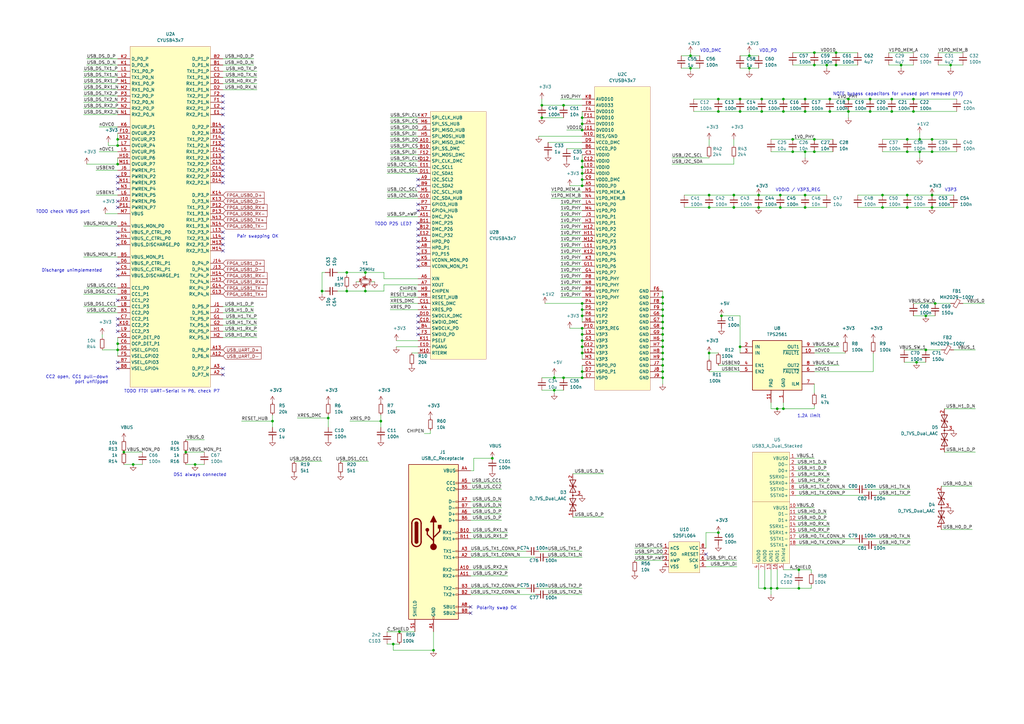
<source format=kicad_sch>
(kicad_sch (version 20210406) (generator eeschema)
  (paper "A3")
  (junction (at 48.26 57.15) (diameter 0.9144))
  (junction (at 48.26 59.69) (diameter 0.9144))
  (junction (at 48.26 67.31) (diameter 0.9144))
  (junction (at 48.26 140.97) (diameter 0.9144))
  (junction (at 48.26 143.51) (diameter 0.9144))
  (junction (at 50.8 185.42) (diameter 0.9144))
  (junction (at 54.61 190.5) (diameter 0.9144))
  (junction (at 76.2 185.42) (diameter 0.9144))
  (junction (at 80.01 190.5) (diameter 0.9144))
  (junction (at 111.76 172.72) (diameter 0.9144))
  (junction (at 132.08 119.38) (diameter 0.9144))
  (junction (at 134.62 171.45) (diameter 0.9144))
  (junction (at 142.24 111.76) (diameter 0.9144))
  (junction (at 142.24 119.38) (diameter 0.9144))
  (junction (at 149.86 111.76) (diameter 0.9144))
  (junction (at 149.86 119.38) (diameter 0.9144))
  (junction (at 156.21 172.72) (diameter 0.9144))
  (junction (at 161.29 264.16) (diameter 0.9144))
  (junction (at 163.83 259.08) (diameter 0.9144))
  (junction (at 177.8 266.7) (diameter 0.9144))
  (junction (at 201.93 187.96) (diameter 0.9144))
  (junction (at 222.25 43.18) (diameter 0.9144))
  (junction (at 222.25 48.26) (diameter 0.9144))
  (junction (at 227.33 154.94) (diameter 0.9144))
  (junction (at 227.33 160.02) (diameter 0.9144))
  (junction (at 231.14 43.18) (diameter 0.9144))
  (junction (at 231.14 154.94) (diameter 0.9144))
  (junction (at 238.76 48.26) (diameter 0.9144))
  (junction (at 238.76 50.8) (diameter 0.9144))
  (junction (at 238.76 53.34) (diameter 0.9144))
  (junction (at 238.76 66.04) (diameter 0.9144))
  (junction (at 238.76 68.58) (diameter 0.9144))
  (junction (at 238.76 71.12) (diameter 0.9144))
  (junction (at 238.76 73.66) (diameter 0.9144))
  (junction (at 238.76 76.2) (diameter 0.9144))
  (junction (at 238.76 124.46) (diameter 0.9144))
  (junction (at 238.76 127) (diameter 0.9144))
  (junction (at 238.76 129.54) (diameter 0.9144))
  (junction (at 238.76 134.62) (diameter 0.9144))
  (junction (at 238.76 137.16) (diameter 0.9144))
  (junction (at 238.76 139.7) (diameter 0.9144))
  (junction (at 238.76 142.24) (diameter 0.9144))
  (junction (at 238.76 144.78) (diameter 0.9144))
  (junction (at 238.76 152.4) (diameter 0.9144))
  (junction (at 238.76 154.94) (diameter 0.9144))
  (junction (at 271.78 121.92) (diameter 0.9144))
  (junction (at 271.78 124.46) (diameter 0.9144))
  (junction (at 271.78 127) (diameter 0.9144))
  (junction (at 271.78 129.54) (diameter 0.9144))
  (junction (at 271.78 132.08) (diameter 0.9144))
  (junction (at 271.78 134.62) (diameter 0.9144))
  (junction (at 271.78 137.16) (diameter 0.9144))
  (junction (at 271.78 139.7) (diameter 0.9144))
  (junction (at 271.78 142.24) (diameter 0.9144))
  (junction (at 271.78 144.78) (diameter 0.9144))
  (junction (at 271.78 147.32) (diameter 0.9144))
  (junction (at 271.78 149.86) (diameter 0.9144))
  (junction (at 271.78 152.4) (diameter 0.9144))
  (junction (at 271.78 154.94) (diameter 0.9144))
  (junction (at 283.21 22.86) (diameter 0.9144))
  (junction (at 283.21 27.94) (diameter 0.9144))
  (junction (at 290.83 80.01) (diameter 0.9144))
  (junction (at 290.83 85.09) (diameter 0.9144))
  (junction (at 290.83 144.78) (diameter 0.9144))
  (junction (at 294.64 40.64) (diameter 0.9144))
  (junction (at 294.64 45.72) (diameter 0.9144))
  (junction (at 294.64 218.44) (diameter 0.9144))
  (junction (at 295.91 129.54) (diameter 0.9144))
  (junction (at 300.99 80.01) (diameter 0.9144))
  (junction (at 300.99 85.09) (diameter 0.9144))
  (junction (at 303.53 40.64) (diameter 0.9144))
  (junction (at 303.53 45.72) (diameter 0.9144))
  (junction (at 303.53 142.24) (diameter 0.9144))
  (junction (at 307.34 22.86) (diameter 0.9144))
  (junction (at 307.34 27.94) (diameter 0.9144))
  (junction (at 311.15 80.01) (diameter 0.9144))
  (junction (at 311.15 85.09) (diameter 0.9144))
  (junction (at 312.42 40.64) (diameter 0.9144))
  (junction (at 312.42 45.72) (diameter 0.9144))
  (junction (at 313.69 241.3) (diameter 0.9144))
  (junction (at 316.23 241.3) (diameter 0.9144))
  (junction (at 318.77 167.64) (diameter 0.9144))
  (junction (at 318.77 241.3) (diameter 0.9144))
  (junction (at 320.04 80.01) (diameter 0.9144))
  (junction (at 320.04 85.09) (diameter 0.9144))
  (junction (at 321.31 40.64) (diameter 0.9144))
  (junction (at 321.31 45.72) (diameter 0.9144))
  (junction (at 321.31 167.64) (diameter 0.9144))
  (junction (at 325.12 57.15) (diameter 0.9144))
  (junction (at 325.12 62.23) (diameter 0.9144))
  (junction (at 327.66 233.68) (diameter 0.9144))
  (junction (at 327.66 241.3) (diameter 0.9144))
  (junction (at 330.2 40.64) (diameter 0.9144))
  (junction (at 330.2 45.72) (diameter 0.9144))
  (junction (at 330.2 62.23) (diameter 0.9144))
  (junction (at 330.2 80.01) (diameter 0.9144))
  (junction (at 330.2 85.09) (diameter 0.9144))
  (junction (at 334.01 21.59) (diameter 0.9144))
  (junction (at 334.01 26.67) (diameter 0.9144))
  (junction (at 334.01 57.15) (diameter 0.9144))
  (junction (at 334.01 62.23) (diameter 0.9144))
  (junction (at 339.09 26.67) (diameter 0.9144))
  (junction (at 340.36 40.64) (diameter 0.9144))
  (junction (at 340.36 45.72) (diameter 0.9144))
  (junction (at 342.9 21.59) (diameter 0.9144))
  (junction (at 342.9 26.67) (diameter 0.9144))
  (junction (at 347.98 40.64) (diameter 0.9144))
  (junction (at 347.98 45.72) (diameter 0.9144))
  (junction (at 356.87 40.64) (diameter 0.9144))
  (junction (at 356.87 45.72) (diameter 0.9144))
  (junction (at 361.95 80.01) (diameter 0.9144))
  (junction (at 361.95 85.09) (diameter 0.9144))
  (junction (at 365.76 40.64) (diameter 0.9144))
  (junction (at 365.76 45.72) (diameter 0.9144))
  (junction (at 369.57 26.67) (diameter 0.9144))
  (junction (at 372.11 57.15) (diameter 0.9144))
  (junction (at 372.11 62.23) (diameter 0.9144))
  (junction (at 372.11 80.01) (diameter 0.9144))
  (junction (at 372.11 85.09) (diameter 0.9144))
  (junction (at 374.65 40.64) (diameter 0.9144))
  (junction (at 374.65 45.72) (diameter 0.9144))
  (junction (at 375.92 148.59) (diameter 0.9144))
  (junction (at 377.19 57.15) (diameter 0.9144))
  (junction (at 377.19 62.23) (diameter 0.9144))
  (junction (at 379.73 129.54) (diameter 0.9144))
  (junction (at 379.73 143.51) (diameter 0.9144))
  (junction (at 382.27 57.15) (diameter 0.9144))
  (junction (at 382.27 62.23) (diameter 0.9144))
  (junction (at 382.27 80.01) (diameter 0.9144))
  (junction (at 382.27 85.09) (diameter 0.9144))
  (junction (at 383.54 124.46) (diameter 0.9144))
  (junction (at 389.89 26.67) (diameter 0.9144))
  (no_connect (at 48.26 72.39))
  (no_connect (at 48.26 74.93))
  (no_connect (at 48.26 77.47))
  (no_connect (at 48.26 82.55))
  (no_connect (at 48.26 85.09))
  (no_connect (at 48.26 95.25))
  (no_connect (at 48.26 97.79))
  (no_connect (at 48.26 100.33))
  (no_connect (at 48.26 107.95))
  (no_connect (at 48.26 110.49))
  (no_connect (at 48.26 113.03))
  (no_connect (at 48.26 123.19))
  (no_connect (at 48.26 130.81))
  (no_connect (at 48.26 133.35))
  (no_connect (at 48.26 135.89))
  (no_connect (at 48.26 148.59))
  (no_connect (at 48.26 151.13))
  (no_connect (at 91.44 39.37))
  (no_connect (at 91.44 41.91))
  (no_connect (at 91.44 44.45))
  (no_connect (at 91.44 46.99))
  (no_connect (at 91.44 52.07))
  (no_connect (at 91.44 54.61))
  (no_connect (at 91.44 57.15))
  (no_connect (at 91.44 59.69))
  (no_connect (at 91.44 62.23))
  (no_connect (at 91.44 64.77))
  (no_connect (at 91.44 67.31))
  (no_connect (at 91.44 69.85))
  (no_connect (at 91.44 72.39))
  (no_connect (at 91.44 74.93))
  (no_connect (at 91.44 95.25))
  (no_connect (at 91.44 97.79))
  (no_connect (at 91.44 100.33))
  (no_connect (at 91.44 102.87))
  (no_connect (at 91.44 151.13))
  (no_connect (at 91.44 153.67))
  (no_connect (at 171.45 73.66))
  (no_connect (at 171.45 76.2))
  (no_connect (at 171.45 83.82))
  (no_connect (at 171.45 86.36))
  (no_connect (at 171.45 91.44))
  (no_connect (at 171.45 93.98))
  (no_connect (at 171.45 96.52))
  (no_connect (at 171.45 99.06))
  (no_connect (at 171.45 101.6))
  (no_connect (at 171.45 104.14))
  (no_connect (at 171.45 106.68))
  (no_connect (at 171.45 109.22))
  (no_connect (at 171.45 129.54))
  (no_connect (at 171.45 132.08))
  (no_connect (at 171.45 134.62))
  (no_connect (at 171.45 137.16))
  (no_connect (at 193.04 248.92))
  (no_connect (at 193.04 251.46))
  (no_connect (at 289.56 227.33))
  (wire (pts (xy 34.29 29.21) (xy 48.26 29.21)))
  (wire (pts (xy 34.29 31.75) (xy 48.26 31.75)))
  (wire (pts (xy 34.29 34.29) (xy 48.26 34.29)))
  (wire (pts (xy 34.29 36.83) (xy 48.26 36.83)))
  (wire (pts (xy 34.29 39.37) (xy 48.26 39.37)))
  (wire (pts (xy 34.29 41.91) (xy 48.26 41.91)))
  (wire (pts (xy 34.29 44.45) (xy 48.26 44.45)))
  (wire (pts (xy 34.29 46.99) (xy 48.26 46.99)))
  (wire (pts (xy 34.29 92.71) (xy 48.26 92.71)))
  (wire (pts (xy 34.29 105.41) (xy 48.26 105.41)))
  (wire (pts (xy 34.29 120.65) (xy 48.26 120.65)))
  (wire (pts (xy 34.29 125.73) (xy 48.26 125.73)))
  (wire (pts (xy 35.56 24.13) (xy 48.26 24.13)))
  (wire (pts (xy 35.56 26.67) (xy 48.26 26.67)))
  (wire (pts (xy 35.56 67.31) (xy 48.26 67.31)))
  (wire (pts (xy 35.56 118.11) (xy 48.26 118.11)))
  (wire (pts (xy 35.56 128.27) (xy 48.26 128.27)))
  (wire (pts (xy 39.37 69.85) (xy 48.26 69.85)))
  (wire (pts (xy 39.37 80.01) (xy 48.26 80.01)))
  (wire (pts (xy 40.64 52.07) (xy 48.26 52.07)))
  (wire (pts (xy 40.64 62.23) (xy 48.26 62.23)))
  (wire (pts (xy 41.91 138.43) (xy 41.91 137.16)))
  (wire (pts (xy 41.91 143.51) (xy 48.26 143.51)))
  (wire (pts (xy 43.18 87.63) (xy 48.26 87.63)))
  (wire (pts (xy 44.45 59.69) (xy 44.45 58.42)))
  (wire (pts (xy 48.26 54.61) (xy 48.26 57.15)))
  (wire (pts (xy 48.26 57.15) (xy 48.26 59.69)))
  (wire (pts (xy 48.26 59.69) (xy 44.45 59.69)))
  (wire (pts (xy 48.26 64.77) (xy 48.26 67.31)))
  (wire (pts (xy 48.26 138.43) (xy 48.26 140.97)))
  (wire (pts (xy 48.26 140.97) (xy 48.26 143.51)))
  (wire (pts (xy 48.26 143.51) (xy 48.26 146.05)))
  (wire (pts (xy 50.8 185.42) (xy 58.42 185.42)))
  (wire (pts (xy 50.8 190.5) (xy 54.61 190.5)))
  (wire (pts (xy 54.61 190.5) (xy 58.42 190.5)))
  (wire (pts (xy 76.2 180.34) (xy 83.82 180.34)))
  (wire (pts (xy 76.2 185.42) (xy 83.82 185.42)))
  (wire (pts (xy 76.2 190.5) (xy 80.01 190.5)))
  (wire (pts (xy 80.01 190.5) (xy 83.82 190.5)))
  (wire (pts (xy 91.44 24.13) (xy 104.14 24.13)))
  (wire (pts (xy 91.44 26.67) (xy 104.14 26.67)))
  (wire (pts (xy 91.44 29.21) (xy 105.41 29.21)))
  (wire (pts (xy 91.44 31.75) (xy 105.41 31.75)))
  (wire (pts (xy 91.44 34.29) (xy 105.41 34.29)))
  (wire (pts (xy 91.44 36.83) (xy 105.41 36.83)))
  (wire (pts (xy 91.44 125.73) (xy 104.14 125.73)))
  (wire (pts (xy 91.44 128.27) (xy 104.14 128.27)))
  (wire (pts (xy 91.44 130.81) (xy 105.41 130.81)))
  (wire (pts (xy 91.44 133.35) (xy 105.41 133.35)))
  (wire (pts (xy 91.44 135.89) (xy 105.41 135.89)))
  (wire (pts (xy 91.44 138.43) (xy 105.41 138.43)))
  (wire (pts (xy 99.06 172.72) (xy 111.76 172.72)))
  (wire (pts (xy 111.76 170.18) (xy 111.76 172.72)))
  (wire (pts (xy 111.76 175.26) (xy 111.76 172.72)))
  (wire (pts (xy 120.65 189.23) (xy 132.08 189.23)))
  (wire (pts (xy 121.92 171.45) (xy 134.62 171.45)))
  (wire (pts (xy 132.08 111.76) (xy 133.35 111.76)))
  (wire (pts (xy 132.08 119.38) (xy 132.08 111.76)))
  (wire (pts (xy 132.08 119.38) (xy 133.35 119.38)))
  (wire (pts (xy 132.08 120.65) (xy 132.08 119.38)))
  (wire (pts (xy 134.62 171.45) (xy 134.62 170.18)))
  (wire (pts (xy 134.62 171.45) (xy 134.62 175.26)))
  (wire (pts (xy 138.43 111.76) (xy 142.24 111.76)))
  (wire (pts (xy 139.7 189.23) (xy 151.13 189.23)))
  (wire (pts (xy 142.24 111.76) (xy 142.24 113.03)))
  (wire (pts (xy 142.24 111.76) (xy 149.86 111.76)))
  (wire (pts (xy 142.24 118.11) (xy 142.24 119.38)))
  (wire (pts (xy 142.24 119.38) (xy 138.43 119.38)))
  (wire (pts (xy 142.24 119.38) (xy 149.86 119.38)))
  (wire (pts (xy 143.51 172.72) (xy 156.21 172.72)))
  (wire (pts (xy 146.05 115.57) (xy 147.32 115.57)))
  (wire (pts (xy 149.86 111.76) (xy 149.86 113.03)))
  (wire (pts (xy 149.86 111.76) (xy 157.48 111.76)))
  (wire (pts (xy 149.86 118.11) (xy 149.86 119.38)))
  (wire (pts (xy 149.86 119.38) (xy 157.48 119.38)))
  (wire (pts (xy 152.4 115.57) (xy 153.67 115.57)))
  (wire (pts (xy 156.21 172.72) (xy 156.21 170.18)))
  (wire (pts (xy 156.21 172.72) (xy 156.21 175.26)))
  (wire (pts (xy 157.48 111.76) (xy 157.48 114.3)))
  (wire (pts (xy 157.48 114.3) (xy 171.45 114.3)))
  (wire (pts (xy 157.48 116.84) (xy 157.48 119.38)))
  (wire (pts (xy 157.48 116.84) (xy 171.45 116.84)))
  (wire (pts (xy 158.75 68.58) (xy 171.45 68.58)))
  (wire (pts (xy 158.75 71.12) (xy 171.45 71.12)))
  (wire (pts (xy 158.75 78.74) (xy 171.45 78.74)))
  (wire (pts (xy 158.75 81.28) (xy 171.45 81.28)))
  (wire (pts (xy 158.75 88.9) (xy 171.45 88.9)))
  (wire (pts (xy 158.75 259.08) (xy 163.83 259.08)))
  (wire (pts (xy 158.75 264.16) (xy 161.29 264.16)))
  (wire (pts (xy 160.02 48.26) (xy 171.45 48.26)))
  (wire (pts (xy 160.02 50.8) (xy 171.45 50.8)))
  (wire (pts (xy 160.02 53.34) (xy 171.45 53.34)))
  (wire (pts (xy 160.02 55.88) (xy 171.45 55.88)))
  (wire (pts (xy 160.02 58.42) (xy 171.45 58.42)))
  (wire (pts (xy 160.02 60.96) (xy 171.45 60.96)))
  (wire (pts (xy 160.02 63.5) (xy 171.45 63.5)))
  (wire (pts (xy 160.02 66.04) (xy 171.45 66.04)))
  (wire (pts (xy 160.02 121.92) (xy 171.45 121.92)))
  (wire (pts (xy 160.02 124.46) (xy 171.45 124.46)))
  (wire (pts (xy 160.02 127) (xy 171.45 127)))
  (wire (pts (xy 161.29 264.16) (xy 161.29 266.7)))
  (wire (pts (xy 161.29 264.16) (xy 163.83 264.16)))
  (wire (pts (xy 161.29 266.7) (xy 177.8 266.7)))
  (wire (pts (xy 162.56 139.7) (xy 171.45 139.7)))
  (wire (pts (xy 162.56 142.24) (xy 171.45 142.24)))
  (wire (pts (xy 163.83 119.38) (xy 171.45 119.38)))
  (wire (pts (xy 163.83 259.08) (xy 170.18 259.08)))
  (wire (pts (xy 168.91 144.78) (xy 171.45 144.78)))
  (wire (pts (xy 173.99 177.8) (xy 176.53 177.8)))
  (wire (pts (xy 176.53 177.8) (xy 176.53 176.53)))
  (wire (pts (xy 177.8 259.08) (xy 177.8 266.7)))
  (wire (pts (xy 193.04 198.12) (xy 205.74 198.12)))
  (wire (pts (xy 193.04 200.66) (xy 205.74 200.66)))
  (wire (pts (xy 193.04 205.74) (xy 205.74 205.74)))
  (wire (pts (xy 193.04 208.28) (xy 205.74 208.28)))
  (wire (pts (xy 193.04 210.82) (xy 205.74 210.82)))
  (wire (pts (xy 193.04 213.36) (xy 205.74 213.36)))
  (wire (pts (xy 193.04 218.44) (xy 208.28 218.44)))
  (wire (pts (xy 193.04 220.98) (xy 208.28 220.98)))
  (wire (pts (xy 193.04 226.06) (xy 215.9 226.06)))
  (wire (pts (xy 193.04 228.6) (xy 219.71 228.6)))
  (wire (pts (xy 193.04 233.68) (xy 208.28 233.68)))
  (wire (pts (xy 193.04 236.22) (xy 208.28 236.22)))
  (wire (pts (xy 193.04 241.3) (xy 215.9 241.3)))
  (wire (pts (xy 193.04 243.84) (xy 219.71 243.84)))
  (wire (pts (xy 194.31 187.96) (xy 194.31 193.04)))
  (wire (pts (xy 194.31 187.96) (xy 201.93 187.96)))
  (wire (pts (xy 194.31 193.04) (xy 193.04 193.04)))
  (wire (pts (xy 220.98 55.88) (xy 238.76 55.88)))
  (wire (pts (xy 220.98 226.06) (xy 238.76 226.06)))
  (wire (pts (xy 220.98 241.3) (xy 238.76 241.3)))
  (wire (pts (xy 222.25 40.64) (xy 222.25 43.18)))
  (wire (pts (xy 222.25 43.18) (xy 231.14 43.18)))
  (wire (pts (xy 222.25 48.26) (xy 231.14 48.26)))
  (wire (pts (xy 222.25 154.94) (xy 227.33 154.94)))
  (wire (pts (xy 222.25 160.02) (xy 227.33 160.02)))
  (wire (pts (xy 223.52 124.46) (xy 238.76 124.46)))
  (wire (pts (xy 224.79 58.42) (xy 238.76 58.42)))
  (wire (pts (xy 224.79 228.6) (xy 238.76 228.6)))
  (wire (pts (xy 224.79 243.84) (xy 238.76 243.84)))
  (wire (pts (xy 226.06 78.74) (xy 238.76 78.74)))
  (wire (pts (xy 226.06 81.28) (xy 238.76 81.28)))
  (wire (pts (xy 227.33 153.67) (xy 227.33 154.94)))
  (wire (pts (xy 227.33 154.94) (xy 231.14 154.94)))
  (wire (pts (xy 227.33 160.02) (xy 227.33 161.29)))
  (wire (pts (xy 227.33 160.02) (xy 231.14 160.02)))
  (wire (pts (xy 229.87 40.64) (xy 238.76 40.64)))
  (wire (pts (xy 229.87 83.82) (xy 238.76 83.82)))
  (wire (pts (xy 229.87 86.36) (xy 238.76 86.36)))
  (wire (pts (xy 229.87 88.9) (xy 238.76 88.9)))
  (wire (pts (xy 229.87 91.44) (xy 238.76 91.44)))
  (wire (pts (xy 229.87 93.98) (xy 238.76 93.98)))
  (wire (pts (xy 229.87 96.52) (xy 238.76 96.52)))
  (wire (pts (xy 229.87 99.06) (xy 238.76 99.06)))
  (wire (pts (xy 229.87 101.6) (xy 238.76 101.6)))
  (wire (pts (xy 229.87 104.14) (xy 238.76 104.14)))
  (wire (pts (xy 229.87 106.68) (xy 238.76 106.68)))
  (wire (pts (xy 229.87 109.22) (xy 238.76 109.22)))
  (wire (pts (xy 229.87 111.76) (xy 238.76 111.76)))
  (wire (pts (xy 229.87 114.3) (xy 238.76 114.3)))
  (wire (pts (xy 229.87 116.84) (xy 238.76 116.84)))
  (wire (pts (xy 229.87 119.38) (xy 238.76 119.38)))
  (wire (pts (xy 229.87 121.92) (xy 238.76 121.92)))
  (wire (pts (xy 231.14 43.18) (xy 238.76 43.18)))
  (wire (pts (xy 231.14 154.94) (xy 238.76 154.94)))
  (wire (pts (xy 232.41 53.34) (xy 238.76 53.34)))
  (wire (pts (xy 232.41 60.96) (xy 238.76 60.96)))
  (wire (pts (xy 233.68 76.2) (xy 238.76 76.2)))
  (wire (pts (xy 233.68 134.62) (xy 238.76 134.62)))
  (wire (pts (xy 234.95 194.31) (xy 247.65 194.31)))
  (wire (pts (xy 234.95 212.09) (xy 247.65 212.09)))
  (wire (pts (xy 238.76 45.72) (xy 238.76 48.26)))
  (wire (pts (xy 238.76 48.26) (xy 238.76 50.8)))
  (wire (pts (xy 238.76 50.8) (xy 238.76 53.34)))
  (wire (pts (xy 238.76 63.5) (xy 238.76 66.04)))
  (wire (pts (xy 238.76 66.04) (xy 238.76 68.58)))
  (wire (pts (xy 238.76 68.58) (xy 238.76 71.12)))
  (wire (pts (xy 238.76 71.12) (xy 238.76 73.66)))
  (wire (pts (xy 238.76 73.66) (xy 238.76 76.2)))
  (wire (pts (xy 238.76 127) (xy 238.76 124.46)))
  (wire (pts (xy 238.76 129.54) (xy 238.76 127)))
  (wire (pts (xy 238.76 132.08) (xy 238.76 129.54)))
  (wire (pts (xy 238.76 134.62) (xy 238.76 137.16)))
  (wire (pts (xy 238.76 137.16) (xy 238.76 139.7)))
  (wire (pts (xy 238.76 139.7) (xy 238.76 142.24)))
  (wire (pts (xy 238.76 142.24) (xy 238.76 144.78)))
  (wire (pts (xy 238.76 144.78) (xy 238.76 147.32)))
  (wire (pts (xy 238.76 149.86) (xy 238.76 152.4)))
  (wire (pts (xy 238.76 152.4) (xy 238.76 154.94)))
  (wire (pts (xy 260.35 224.79) (xy 271.78 224.79)))
  (wire (pts (xy 260.35 227.33) (xy 271.78 227.33)))
  (wire (pts (xy 260.35 229.87) (xy 271.78 229.87)))
  (wire (pts (xy 271.78 119.38) (xy 271.78 121.92)))
  (wire (pts (xy 271.78 121.92) (xy 271.78 124.46)))
  (wire (pts (xy 271.78 124.46) (xy 271.78 127)))
  (wire (pts (xy 271.78 127) (xy 271.78 129.54)))
  (wire (pts (xy 271.78 129.54) (xy 271.78 132.08)))
  (wire (pts (xy 271.78 132.08) (xy 271.78 134.62)))
  (wire (pts (xy 271.78 134.62) (xy 271.78 137.16)))
  (wire (pts (xy 271.78 137.16) (xy 271.78 139.7)))
  (wire (pts (xy 271.78 139.7) (xy 271.78 142.24)))
  (wire (pts (xy 271.78 142.24) (xy 271.78 144.78)))
  (wire (pts (xy 271.78 144.78) (xy 271.78 147.32)))
  (wire (pts (xy 271.78 147.32) (xy 271.78 149.86)))
  (wire (pts (xy 271.78 149.86) (xy 271.78 152.4)))
  (wire (pts (xy 271.78 152.4) (xy 271.78 154.94)))
  (wire (pts (xy 271.78 154.94) (xy 271.78 157.48)))
  (wire (pts (xy 275.59 64.77) (xy 290.83 64.77)))
  (wire (pts (xy 275.59 67.31) (xy 300.99 67.31)))
  (wire (pts (xy 279.4 22.86) (xy 283.21 22.86)))
  (wire (pts (xy 279.4 27.94) (xy 283.21 27.94)))
  (wire (pts (xy 280.67 80.01) (xy 290.83 80.01)))
  (wire (pts (xy 280.67 85.09) (xy 290.83 85.09)))
  (wire (pts (xy 283.21 21.59) (xy 283.21 22.86)))
  (wire (pts (xy 283.21 22.86) (xy 287.02 22.86)))
  (wire (pts (xy 283.21 27.94) (xy 283.21 29.21)))
  (wire (pts (xy 283.21 27.94) (xy 287.02 27.94)))
  (wire (pts (xy 284.48 40.64) (xy 294.64 40.64)))
  (wire (pts (xy 284.48 45.72) (xy 294.64 45.72)))
  (wire (pts (xy 289.56 218.44) (xy 294.64 218.44)))
  (wire (pts (xy 289.56 224.79) (xy 289.56 218.44)))
  (wire (pts (xy 289.56 229.87) (xy 302.26 229.87)))
  (wire (pts (xy 289.56 232.41) (xy 302.26 232.41)))
  (wire (pts (xy 290.83 57.15) (xy 290.83 59.69)))
  (wire (pts (xy 290.83 80.01) (xy 300.99 80.01)))
  (wire (pts (xy 290.83 85.09) (xy 300.99 85.09)))
  (wire (pts (xy 290.83 144.78) (xy 290.83 147.32)))
  (wire (pts (xy 290.83 144.78) (xy 294.64 144.78)))
  (wire (pts (xy 290.83 152.4) (xy 303.53 152.4)))
  (wire (pts (xy 294.64 40.64) (xy 303.53 40.64)))
  (wire (pts (xy 294.64 45.72) (xy 303.53 45.72)))
  (wire (pts (xy 294.64 149.86) (xy 303.53 149.86)))
  (wire (pts (xy 300.99 57.15) (xy 300.99 59.69)))
  (wire (pts (xy 300.99 67.31) (xy 300.99 64.77)))
  (wire (pts (xy 300.99 80.01) (xy 311.15 80.01)))
  (wire (pts (xy 300.99 85.09) (xy 311.15 85.09)))
  (wire (pts (xy 303.53 22.86) (xy 307.34 22.86)))
  (wire (pts (xy 303.53 27.94) (xy 307.34 27.94)))
  (wire (pts (xy 303.53 40.64) (xy 312.42 40.64)))
  (wire (pts (xy 303.53 45.72) (xy 312.42 45.72)))
  (wire (pts (xy 303.53 129.54) (xy 295.91 129.54)))
  (wire (pts (xy 303.53 142.24) (xy 303.53 129.54)))
  (wire (pts (xy 303.53 142.24) (xy 303.53 144.78)))
  (wire (pts (xy 307.34 21.59) (xy 307.34 22.86)))
  (wire (pts (xy 307.34 22.86) (xy 311.15 22.86)))
  (wire (pts (xy 307.34 27.94) (xy 307.34 29.21)))
  (wire (pts (xy 307.34 27.94) (xy 311.15 27.94)))
  (wire (pts (xy 311.15 80.01) (xy 320.04 80.01)))
  (wire (pts (xy 311.15 85.09) (xy 320.04 85.09)))
  (wire (pts (xy 311.15 233.68) (xy 311.15 241.3)))
  (wire (pts (xy 311.15 241.3) (xy 313.69 241.3)))
  (wire (pts (xy 312.42 40.64) (xy 321.31 40.64)))
  (wire (pts (xy 312.42 45.72) (xy 321.31 45.72)))
  (wire (pts (xy 313.69 233.68) (xy 313.69 241.3)))
  (wire (pts (xy 313.69 241.3) (xy 316.23 241.3)))
  (wire (pts (xy 316.23 57.15) (xy 325.12 57.15)))
  (wire (pts (xy 316.23 62.23) (xy 325.12 62.23)))
  (wire (pts (xy 316.23 165.1) (xy 316.23 167.64)))
  (wire (pts (xy 316.23 167.64) (xy 318.77 167.64)))
  (wire (pts (xy 316.23 233.68) (xy 316.23 241.3)))
  (wire (pts (xy 316.23 241.3) (xy 316.23 243.84)))
  (wire (pts (xy 316.23 241.3) (xy 318.77 241.3)))
  (wire (pts (xy 318.77 233.68) (xy 318.77 241.3)))
  (wire (pts (xy 318.77 241.3) (xy 327.66 241.3)))
  (wire (pts (xy 320.04 80.01) (xy 330.2 80.01)))
  (wire (pts (xy 320.04 85.09) (xy 330.2 85.09)))
  (wire (pts (xy 321.31 40.64) (xy 330.2 40.64)))
  (wire (pts (xy 321.31 45.72) (xy 330.2 45.72)))
  (wire (pts (xy 321.31 165.1) (xy 321.31 167.64)))
  (wire (pts (xy 321.31 167.64) (xy 318.77 167.64)))
  (wire (pts (xy 321.31 233.68) (xy 327.66 233.68)))
  (wire (pts (xy 325.12 21.59) (xy 334.01 21.59)))
  (wire (pts (xy 325.12 26.67) (xy 334.01 26.67)))
  (wire (pts (xy 325.12 57.15) (xy 334.01 57.15)))
  (wire (pts (xy 325.12 62.23) (xy 330.2 62.23)))
  (wire (pts (xy 326.39 187.96) (xy 334.01 187.96)))
  (wire (pts (xy 326.39 190.5) (xy 339.09 190.5)))
  (wire (pts (xy 326.39 193.04) (xy 339.09 193.04)))
  (wire (pts (xy 326.39 195.58) (xy 340.36 195.58)))
  (wire (pts (xy 326.39 198.12) (xy 340.36 198.12)))
  (wire (pts (xy 326.39 200.66) (xy 350.52 200.66)))
  (wire (pts (xy 326.39 203.2) (xy 354.33 203.2)))
  (wire (pts (xy 326.39 208.28) (xy 334.01 208.28)))
  (wire (pts (xy 326.39 210.82) (xy 339.09 210.82)))
  (wire (pts (xy 326.39 213.36) (xy 339.09 213.36)))
  (wire (pts (xy 326.39 215.9) (xy 340.36 215.9)))
  (wire (pts (xy 326.39 218.44) (xy 340.36 218.44)))
  (wire (pts (xy 326.39 220.98) (xy 350.52 220.98)))
  (wire (pts (xy 326.39 223.52) (xy 354.33 223.52)))
  (wire (pts (xy 327.66 233.68) (xy 327.66 234.95)))
  (wire (pts (xy 327.66 233.68) (xy 332.74 233.68)))
  (wire (pts (xy 327.66 240.03) (xy 327.66 241.3)))
  (wire (pts (xy 330.2 40.64) (xy 340.36 40.64)))
  (wire (pts (xy 330.2 45.72) (xy 340.36 45.72)))
  (wire (pts (xy 330.2 62.23) (xy 330.2 64.77)))
  (wire (pts (xy 330.2 62.23) (xy 334.01 62.23)))
  (wire (pts (xy 330.2 80.01) (xy 339.09 80.01)))
  (wire (pts (xy 330.2 85.09) (xy 339.09 85.09)))
  (wire (pts (xy 332.74 233.68) (xy 332.74 234.95)))
  (wire (pts (xy 332.74 240.03) (xy 332.74 241.3)))
  (wire (pts (xy 332.74 241.3) (xy 327.66 241.3)))
  (wire (pts (xy 334.01 21.59) (xy 342.9 21.59)))
  (wire (pts (xy 334.01 26.67) (xy 339.09 26.67)))
  (wire (pts (xy 334.01 57.15) (xy 341.63 57.15)))
  (wire (pts (xy 334.01 62.23) (xy 341.63 62.23)))
  (wire (pts (xy 334.01 142.24) (xy 344.17 142.24)))
  (wire (pts (xy 334.01 144.78) (xy 346.71 144.78)))
  (wire (pts (xy 334.01 149.86) (xy 344.17 149.86)))
  (wire (pts (xy 334.01 152.4) (xy 358.14 152.4)))
  (wire (pts (xy 334.01 157.48) (xy 334.01 161.29)))
  (wire (pts (xy 334.01 166.37) (xy 334.01 167.64)))
  (wire (pts (xy 334.01 167.64) (xy 321.31 167.64)))
  (wire (pts (xy 339.09 26.67) (xy 339.09 27.94)))
  (wire (pts (xy 339.09 26.67) (xy 342.9 26.67)))
  (wire (pts (xy 340.36 40.64) (xy 347.98 40.64)))
  (wire (pts (xy 340.36 45.72) (xy 347.98 45.72)))
  (wire (pts (xy 342.9 21.59) (xy 351.79 21.59)))
  (wire (pts (xy 342.9 26.67) (xy 351.79 26.67)))
  (wire (pts (xy 347.98 40.64) (xy 356.87 40.64)))
  (wire (pts (xy 347.98 45.72) (xy 347.98 48.26)))
  (wire (pts (xy 347.98 45.72) (xy 356.87 45.72)))
  (wire (pts (xy 351.79 80.01) (xy 361.95 80.01)))
  (wire (pts (xy 351.79 85.09) (xy 361.95 85.09)))
  (wire (pts (xy 355.6 200.66) (xy 373.38 200.66)))
  (wire (pts (xy 355.6 220.98) (xy 373.38 220.98)))
  (wire (pts (xy 356.87 40.64) (xy 365.76 40.64)))
  (wire (pts (xy 356.87 45.72) (xy 365.76 45.72)))
  (wire (pts (xy 358.14 152.4) (xy 358.14 144.78)))
  (wire (pts (xy 359.41 203.2) (xy 373.38 203.2)))
  (wire (pts (xy 359.41 223.52) (xy 373.38 223.52)))
  (wire (pts (xy 361.95 57.15) (xy 372.11 57.15)))
  (wire (pts (xy 361.95 62.23) (xy 372.11 62.23)))
  (wire (pts (xy 361.95 80.01) (xy 372.11 80.01)))
  (wire (pts (xy 361.95 85.09) (xy 372.11 85.09)))
  (wire (pts (xy 364.49 21.59) (xy 374.65 21.59)))
  (wire (pts (xy 364.49 26.67) (xy 369.57 26.67)))
  (wire (pts (xy 365.76 40.64) (xy 374.65 40.64)))
  (wire (pts (xy 365.76 45.72) (xy 374.65 45.72)))
  (wire (pts (xy 369.57 26.67) (xy 369.57 27.94)))
  (wire (pts (xy 369.57 26.67) (xy 374.65 26.67)))
  (wire (pts (xy 370.84 143.51) (xy 379.73 143.51)))
  (wire (pts (xy 370.84 148.59) (xy 375.92 148.59)))
  (wire (pts (xy 372.11 57.15) (xy 377.19 57.15)))
  (wire (pts (xy 372.11 62.23) (xy 377.19 62.23)))
  (wire (pts (xy 372.11 80.01) (xy 382.27 80.01)))
  (wire (pts (xy 372.11 85.09) (xy 382.27 85.09)))
  (wire (pts (xy 374.65 40.64) (xy 392.43 40.64)))
  (wire (pts (xy 374.65 45.72) (xy 392.43 45.72)))
  (wire (pts (xy 374.65 124.46) (xy 383.54 124.46)))
  (wire (pts (xy 374.65 129.54) (xy 379.73 129.54)))
  (wire (pts (xy 375.92 148.59) (xy 379.73 148.59)))
  (wire (pts (xy 377.19 54.61) (xy 377.19 57.15)))
  (wire (pts (xy 377.19 57.15) (xy 382.27 57.15)))
  (wire (pts (xy 377.19 62.23) (xy 377.19 64.77)))
  (wire (pts (xy 377.19 62.23) (xy 382.27 62.23)))
  (wire (pts (xy 379.73 129.54) (xy 383.54 129.54)))
  (wire (pts (xy 379.73 143.51) (xy 386.08 143.51)))
  (wire (pts (xy 382.27 57.15) (xy 392.43 57.15)))
  (wire (pts (xy 382.27 62.23) (xy 392.43 62.23)))
  (wire (pts (xy 382.27 80.01) (xy 391.16 80.01)))
  (wire (pts (xy 382.27 85.09) (xy 391.16 85.09)))
  (wire (pts (xy 383.54 124.46) (xy 389.89 124.46)))
  (wire (pts (xy 384.81 21.59) (xy 394.97 21.59)))
  (wire (pts (xy 384.81 26.67) (xy 389.89 26.67)))
  (wire (pts (xy 386.08 199.39) (xy 398.78 199.39)))
  (wire (pts (xy 386.08 217.17) (xy 398.78 217.17)))
  (wire (pts (xy 387.35 167.64) (xy 400.05 167.64)))
  (wire (pts (xy 387.35 185.42) (xy 400.05 185.42)))
  (wire (pts (xy 389.89 26.67) (xy 389.89 27.94)))
  (wire (pts (xy 389.89 26.67) (xy 394.97 26.67)))
  (wire (pts (xy 391.16 143.51) (xy 400.05 143.51)))
  (wire (pts (xy 394.97 124.46) (xy 403.86 124.46)))
  (text "TODO check VBUS port" (at 36.83 87.63 180) (effects (font (size 1.27 1.27)) (justify right bottom)))
  (text "Discharge unimplemented" (at 41.91 111.76 180) (effects (font (size 1.27 1.27)) (justify right bottom)))
  (text "CC2 open, CC1 pull-down\nport unflipped" (at 44.45 157.48 180) (effects (font (size 1.27 1.27)) (justify right bottom)))
  (text "DS1 always connected" (at 71.12 195.58 0) (effects (font (size 1.27 1.27)) (justify left bottom)))
  (text "TODO FTDI UART-Serial in P6, check P7" (at 90.17 161.29 180) (effects (font (size 1.27 1.27)) (justify right bottom)))
  (text "Pair swapping OK" (at 114.3 97.79 180) (effects (font (size 1.27 1.27)) (justify right bottom)))
  (text "TODO P25 LED?" (at 168.91 92.71 180) (effects (font (size 1.27 1.27)) (justify right bottom)))
  (text "Polarity swap OK" (at 212.09 250.19 180) (effects (font (size 1.27 1.27)) (justify right bottom)))
  (text "VDD_DMC" (at 295.91 21.59 180) (effects (font (size 1.27 1.27)) (justify right bottom)))
  (text "VDD_PD" (at 318.77 21.59 180) (effects (font (size 1.27 1.27)) (justify right bottom)))
  (text "VDDIO / V3P3_REG" (at 336.55 78.74 180) (effects (font (size 1.27 1.27)) (justify right bottom)))
  (text "1.2A limit" (at 336.55 171.45 180) (effects (font (size 1.27 1.27)) (justify right bottom)))
  (text "NOTE bypass capacitors for unused port removed (P7)" (at 341.63 39.37 0) (effects (font (size 1.27 1.27)) (justify left bottom)))
  (text "V3P3" (at 392.43 78.74 180) (effects (font (size 1.27 1.27)) (justify right bottom)))
  (label "USB_DS_TX1_P" (at 34.29 29.21 0))
  (label "USB_DS_TX1_N" (at 34.29 31.75 0))
  (label "USB_DS_RX1_P" (at 34.29 34.29 0))
  (label "USB_DS_RX1_N" (at 34.29 36.83 0))
  (label "USB_DS_TX2_P" (at 34.29 39.37 0))
  (label "USB_DS_TX2_N" (at 34.29 41.91 0))
  (label "USB_DS_RX2_P" (at 34.29 44.45 0))
  (label "USB_DS_RX2_N" (at 34.29 46.99 0))
  (label "VBUS_MON_P0" (at 34.29 92.71 0))
  (label "VBUS_MON_P1" (at 34.29 105.41 0))
  (label "USB_DS0_CC1" (at 34.29 120.65 0))
  (label "USB_DS1_CC1" (at 34.29 125.73 0))
  (label "USB_DS_D_P" (at 35.56 24.13 0))
  (label "USB_DS_D_N" (at 35.56 26.67 0))
  (label "USB_US_CC1" (at 35.56 118.11 0))
  (label "USB_US_CC2" (at 35.56 128.27 0))
  (label "USBEN0" (at 39.37 69.85 0))
  (label "USBEN1" (at 39.37 80.01 0))
  (label "nOVC0" (at 40.64 52.07 0))
  (label "nOVC1" (at 40.64 62.23 0))
  (label "VBUS_MON_P0" (at 52.07 185.42 0))
  (label "VBUS_MON_P1" (at 77.47 185.42 0))
  (label "VBUS_0" (at 83.82 180.34 180))
  (label "RESET_HUB" (at 99.06 172.72 0))
  (label "USB_H0_D_P" (at 104.14 24.13 180))
  (label "USB_H0_D_N" (at 104.14 26.67 180))
  (label "USB_H1_D_P" (at 104.14 125.73 180))
  (label "USB_H1_D_N" (at 104.14 128.27 180))
  (label "USB_H0_TX_P" (at 105.41 29.21 180))
  (label "USB_H0_TX_N" (at 105.41 31.75 180))
  (label "USB_H0_RX_P" (at 105.41 34.29 180))
  (label "USB_H0_RX_N" (at 105.41 36.83 180))
  (label "USB_H1_TX_P" (at 105.41 130.81 180))
  (label "USB_H1_TX_N" (at 105.41 133.35 180))
  (label "USB_H1_RX_P" (at 105.41 135.89 180))
  (label "USB_H1_RX_N" (at 105.41 138.43 180))
  (label "XRES_DMC" (at 121.92 171.45 0))
  (label "USB_DS0_CC1" (at 132.08 189.23 180))
  (label "XRES_PD" (at 143.51 172.72 0))
  (label "USB_DS1_CC1" (at 151.13 189.23 180))
  (label "USB_I2C_SCL" (at 158.75 68.58 0))
  (label "USB_I2C_SDA" (at 158.75 71.12 0))
  (label "USB_I2C_SCL" (at 158.75 78.74 0))
  (label "USB_I2C_SDA" (at 158.75 81.28 0))
  (label "USB_SP_nWP" (at 158.75 88.9 0))
  (label "C_SHIELD" (at 158.75 259.08 0))
  (label "USB_SPI_CLK" (at 160.02 48.26 0))
  (label "USB_SPI_CS" (at 160.02 50.8 0))
  (label "USB_SPI_DO" (at 160.02 53.34 0))
  (label "USB_SPI_DI" (at 160.02 55.88 0))
  (label "USB_SPI_DO" (at 160.02 58.42 0))
  (label "USB_SPI_CS" (at 160.02 60.96 0))
  (label "USB_SPI_DI" (at 160.02 63.5 0))
  (label "USB_SPI_CLK" (at 160.02 66.04 0))
  (label "RESET_HUB" (at 160.02 121.92 0))
  (label "XRES_DMC" (at 160.02 124.46 0))
  (label "XRES_PD" (at 160.02 127 0))
  (label "CHIPEN" (at 163.83 119.38 0))
  (label "CHIPEN" (at 173.99 177.8 180))
  (label "USB_US_CC1" (at 205.74 198.12 180))
  (label "USB_US_CC2" (at 205.74 200.66 180))
  (label "USB_US_D_N" (at 205.74 205.74 180))
  (label "USB_US_D_N" (at 205.74 208.28 180))
  (label "USB_US_D_P" (at 205.74 210.82 180))
  (label "USB_US_D_P" (at 205.74 213.36 180))
  (label "USB_US_RX1_N" (at 208.28 218.44 180))
  (label "USB_US_RX1_P" (at 208.28 220.98 180))
  (label "USB_US_RX2_N" (at 208.28 233.68 180))
  (label "USB_US_RX2_P" (at 208.28 236.22 180))
  (label "USB_US_TX1_CONN_P" (at 213.36 226.06 180))
  (label "USB_US_TX1_CONN_N" (at 213.36 228.6 180))
  (label "USB_US_TX2_CONN_P" (at 213.36 241.3 180))
  (label "USB_US_TX2_CONN_N" (at 213.36 243.84 180))
  (label "V1P0_MEM_A" (at 226.06 78.74 0))
  (label "V1P0_MEM_B" (at 226.06 81.28 0))
  (label "1V0_PHY" (at 229.87 40.64 0))
  (label "1V0_PHY" (at 229.87 83.82 0))
  (label "1V0_PHY" (at 229.87 86.36 0))
  (label "1V0_PHY" (at 229.87 88.9 0))
  (label "1V0_PHY" (at 229.87 91.44 0))
  (label "1V0_PHY" (at 229.87 93.98 0))
  (label "1V0_PHY" (at 229.87 96.52 0))
  (label "1V0_PHY" (at 229.87 99.06 0))
  (label "1V0_PHY" (at 229.87 101.6 0))
  (label "1V0_PHY" (at 229.87 104.14 0))
  (label "1V0_PHY" (at 229.87 106.68 0))
  (label "1V0_PHY" (at 229.87 109.22 0))
  (label "1V0_PHY" (at 229.87 111.76 0))
  (label "1V0_PHY" (at 229.87 114.3 0))
  (label "1V0_PHY" (at 229.87 116.84 0))
  (label "1V0_PHY" (at 229.87 119.38 0))
  (label "1V0_PHY" (at 229.87 121.92 0))
  (label "VDD10" (at 232.41 53.34 0))
  (label "USB_US_TX1_P" (at 238.76 226.06 180))
  (label "USB_US_TX1_N" (at 238.76 228.6 180))
  (label "USB_US_TX2_P" (at 238.76 241.3 180))
  (label "USB_US_TX2_N" (at 238.76 243.84 180))
  (label "USB_US_D_N" (at 247.65 194.31 180))
  (label "USB_US_D_P" (at 247.65 212.09 180))
  (label "USB_SPI_CS" (at 260.35 224.79 0))
  (label "USB_SPI_DO" (at 260.35 227.33 0))
  (label "USB_SP_nWP" (at 260.35 229.87 0))
  (label "USB_I2C_SCL" (at 275.59 64.77 0))
  (label "USB_I2C_SDA" (at 275.59 67.31 0))
  (label "USBEN0" (at 295.91 149.86 0))
  (label "USBEN1" (at 295.91 152.4 0))
  (label "USB_SPI_CLK" (at 302.26 229.87 180))
  (label "USB_SPI_DI" (at 302.26 232.41 180))
  (label "A_SHIELD" (at 332.74 233.68 180))
  (label "1V0_PHY" (at 334.01 57.15 180))
  (label "VBUS_1" (at 334.01 187.96 180))
  (label "VBUS_0" (at 334.01 208.28 180))
  (label "VDD10" (at 336.55 21.59 0))
  (label "USB_H1_D_N" (at 339.09 190.5 180))
  (label "USB_H1_D_P" (at 339.09 193.04 180))
  (label "USB_H0_D_N" (at 339.09 210.82 180))
  (label "USB_H0_D_P" (at 339.09 213.36 180))
  (label "nOVC0" (at 340.36 144.78 180))
  (label "nOVC1" (at 340.36 152.4 180))
  (label "USB_H1_RX_N" (at 340.36 195.58 180))
  (label "USB_H1_RX_P" (at 340.36 198.12 180))
  (label "USB_H0_RX_N" (at 340.36 215.9 180))
  (label "USB_H0_RX_P" (at 340.36 218.44 180))
  (label "VBUS_SW_0" (at 344.17 142.24 180))
  (label "VBUS_SW_1" (at 344.17 149.86 180))
  (label "USB_H1_TX_CONN_N" (at 346.71 200.66 180))
  (label "USB_H1_TX_CONN_P" (at 346.71 203.2 180))
  (label "USB_H0_TX_CONN_N" (at 346.71 220.98 180))
  (label "USB_H0_TX_CONN_P" (at 346.71 223.52 180))
  (label "1V0_PHY" (at 351.79 40.64 180))
  (label "V1P0_MEM_A" (at 364.49 21.59 0))
  (label "USB_H1_TX_N" (at 373.38 200.66 180))
  (label "USB_H1_TX_P" (at 373.38 203.2 180))
  (label "USB_H0_TX_N" (at 373.38 220.98 180))
  (label "USB_H0_TX_P" (at 373.38 223.52 180))
  (label "VBUS_SW_1" (at 379.73 143.51 180))
  (label "VBUS_SW_0" (at 383.54 124.46 180))
  (label "V1P0_MEM_B" (at 384.81 21.59 0))
  (label "USB_H0_D_N" (at 398.78 199.39 180))
  (label "USB_H0_D_P" (at 398.78 217.17 180))
  (label "VBUS_1" (at 400.05 143.51 180))
  (label "USB_H1_D_N" (at 400.05 167.64 180))
  (label "USB_H1_D_P" (at 400.05 185.42 180))
  (label "VBUS_0" (at 403.86 124.46 180))
  (global_label "FPGA_USB0_D+" (shape input) (at 91.44 80.01 0) (property "Intersheet References" "${INTERSHEET_REFS}" (effects hide)))
  (global_label "FPGA_USB0_D-" (shape input) (at 91.44 82.55 0) (property "Intersheet References" "${INTERSHEET_REFS}" (effects hide)))
  (global_label "FPGA_USB0_RX+" (shape input) (at 91.44 85.09 0) (property "Intersheet References" "${INTERSHEET_REFS}" (effects hide)))
  (global_label "FPGA_USB0_RX-" (shape input) (at 91.44 87.63 0) (property "Intersheet References" "${INTERSHEET_REFS}" (effects hide)))
  (global_label "FPGA_USB0_TX+" (shape input) (at 91.44 90.17 0) (property "Intersheet References" "${INTERSHEET_REFS}" (effects hide)))
  (global_label "FPGA_USB0_TX-" (shape input) (at 91.44 92.71 0) (property "Intersheet References" "${INTERSHEET_REFS}" (effects hide)))
  (global_label "FPGA_USB1_D+" (shape input) (at 91.44 107.95 0) (property "Intersheet References" "${INTERSHEET_REFS}" (effects hide)))
  (global_label "FPGA_USB1_D-" (shape input) (at 91.44 110.49 0) (property "Intersheet References" "${INTERSHEET_REFS}" (effects hide)))
  (global_label "FPGA_USB1_RX-" (shape input) (at 91.44 113.03 0) (property "Intersheet References" "${INTERSHEET_REFS}" (effects hide)))
  (global_label "FPGA_USB1_RX+" (shape input) (at 91.44 115.57 0) (property "Intersheet References" "${INTERSHEET_REFS}" (effects hide)))
  (global_label "FPGA_USB1_TX-" (shape input) (at 91.44 118.11 0) (property "Intersheet References" "${INTERSHEET_REFS}" (effects hide)))
  (global_label "FPGA_USB1_TX+" (shape input) (at 91.44 120.65 0) (property "Intersheet References" "${INTERSHEET_REFS}" (effects hide)))
  (global_label "USB_UART_D+" (shape input) (at 91.44 143.51 0) (property "Intersheet References" "${INTERSHEET_REFS}" (effects hide)))
  (global_label "USB_UART_D-" (shape input) (at 91.44 146.05 0) (property "Intersheet References" "${INTERSHEET_REFS}" (effects hide)))
  (symbol (lib_id "power:+3V3") (at 35.56 67.31 0) (unit 1)
    (property "Reference" "#PWR0165" (effects hide))
    (property "Value" "+3V3" (at 36.83 62.23 0))
  )
  (symbol (lib_id "power:+3V3") (at 41.91 137.16 0) (unit 1)
    (property "Reference" "#PWR0334" (effects hide))
    (property "Value" "+3V3" (at 43.18 132.08 0))
  )
  (symbol (lib_id "power:+3V3") (at 43.18 87.63 0) (unit 1)
    (property "Reference" "#PWR0166" (effects hide))
    (property "Value" "+3V3" (at 44.45 82.55 0))
  )
  (symbol (lib_id "power:+3V3") (at 44.45 58.42 0) (unit 1)
    (property "Reference" "#PWR0164" (effects hide))
    (property "Value" "+3V3" (at 45.72 53.34 0))
  )
  (symbol (lib_id "power:VBUS") (at 50.8 180.34 0) (unit 1)
    (property "Reference" "#PWR0158" (effects hide))
    (property "Value" "VBUS" (at 52.07 175.26 0))
  )
  (symbol (lib_id "power:+3V3") (at 111.76 165.1 0) (unit 1)
    (property "Reference" "#PWR0116" (effects hide))
    (property "Value" "+3V3" (at 113.03 160.02 0))
  )
  (symbol (lib_id "power:+3V3") (at 134.62 165.1 0) (unit 1)
    (property "Reference" "#PWR0117" (effects hide))
    (property "Value" "+3V3" (at 135.89 160.02 0))
  )
  (symbol (lib_id "power:+3V3") (at 156.21 165.1 0) (unit 1)
    (property "Reference" "#PWR0109" (effects hide))
    (property "Value" "+3V3" (at 157.48 160.02 0))
  )
  (symbol (lib_id "power:+3V3") (at 162.56 139.7 0) (unit 1)
    (property "Reference" "#PWR0150" (effects hide))
    (property "Value" "+3V3" (at 163.83 134.62 0))
  )
  (symbol (lib_id "power:+3V3") (at 176.53 171.45 0) (unit 1)
    (property "Reference" "#PWR0383" (effects hide))
    (property "Value" "+3V3" (at 177.8 166.37 0))
  )
  (symbol (lib_id "power:VBUS") (at 201.93 187.96 0) (unit 1)
    (property "Reference" "#PWR0161" (effects hide))
    (property "Value" "VBUS" (at 203.2 182.88 0))
  )
  (symbol (lib_id "power:+3V3") (at 222.25 40.64 0) (unit 1)
    (property "Reference" "#PWR0137" (effects hide))
    (property "Value" "+3V3" (at 223.52 35.56 0))
  )
  (symbol (lib_id "power:+1V2") (at 223.52 124.46 0) (unit 1)
    (property "Reference" "#PWR0131" (effects hide))
    (property "Value" "+1V2" (at 224.79 120.65 0))
  )
  (symbol (lib_id "power:+5V") (at 227.33 153.67 0) (unit 1)
    (property "Reference" "#PWR0127" (effects hide))
    (property "Value" "+5V" (at 228.6 148.59 0))
  )
  (symbol (lib_id "power:+3V3") (at 233.68 76.2 0) (unit 1)
    (property "Reference" "#PWR0126" (effects hide))
    (property "Value" "+3V3" (at 234.95 71.12 0))
  )
  (symbol (lib_id "power:+3V3") (at 233.68 134.62 0) (unit 1)
    (property "Reference" "#PWR0133" (effects hide))
    (property "Value" "+3V3" (at 234.95 129.54 0))
  )
  (symbol (lib_id "power:+3V3") (at 283.21 21.59 0) (unit 1)
    (property "Reference" "#PWR0139" (effects hide))
    (property "Value" "+3V3" (at 284.48 17.78 0))
  )
  (symbol (lib_id "power:+3V3") (at 290.83 57.15 0) (unit 1)
    (property "Reference" "#PWR0332" (effects hide))
    (property "Value" "+3V3" (at 292.1 52.07 0))
  )
  (symbol (lib_id "power:+3V3") (at 290.83 144.78 0) (unit 1)
    (property "Reference" "#PWR0147" (effects hide))
    (property "Value" "+3V3" (at 292.1 139.7 0))
  )
  (symbol (lib_id "power:+3V3") (at 294.64 218.44 0) (unit 1)
    (property "Reference" "#PWR0152" (effects hide))
    (property "Value" "+3V3" (at 295.91 213.36 0))
  )
  (symbol (lib_id "power:+5V") (at 295.91 129.54 0) (unit 1)
    (property "Reference" "#PWR0103" (effects hide))
    (property "Value" "+5V" (at 297.18 124.46 0))
  )
  (symbol (lib_id "power:+3V3") (at 300.99 57.15 0) (unit 1)
    (property "Reference" "#PWR0333" (effects hide))
    (property "Value" "+3V3" (at 302.26 52.07 0))
  )
  (symbol (lib_id "power:+3V3") (at 307.34 21.59 0) (unit 1)
    (property "Reference" "#PWR0140" (effects hide))
    (property "Value" "+3V3" (at 308.61 17.78 0))
  )
  (symbol (lib_id "power:+3V3") (at 311.15 80.01 0) (unit 1)
    (property "Reference" "#PWR0143" (effects hide))
    (property "Value" "+3V3" (at 312.42 76.2 0))
  )
  (symbol (lib_id "power:+3V3") (at 346.71 139.7 0) (unit 1)
    (property "Reference" "#PWR0146" (effects hide))
    (property "Value" "+3V3" (at 347.98 134.62 0))
  )
  (symbol (lib_id "power:+3V3") (at 358.14 139.7 0) (unit 1)
    (property "Reference" "#PWR0145" (effects hide))
    (property "Value" "+3V3" (at 359.41 134.62 0))
  )
  (symbol (lib_id "power:+1V2") (at 377.19 54.61 0) (unit 1)
    (property "Reference" "#PWR0123" (effects hide))
    (property "Value" "+1V2" (at 378.46 50.8 0))
  )
  (symbol (lib_id "power:+3V3") (at 382.27 80.01 0) (unit 1)
    (property "Reference" "#PWR0142" (effects hide))
    (property "Value" "+3V3" (at 383.54 76.2 0))
  )
  (symbol (lib_id "power:GND") (at 54.61 190.5 0) (unit 1)
    (property "Reference" "#PWR0375" (effects hide))
    (property "Value" "GND" (effects hide))
  )
  (symbol (lib_id "power:GND") (at 80.01 190.5 0) (unit 1)
    (property "Reference" "#PWR0376" (effects hide))
    (property "Value" "GND" (effects hide))
  )
  (symbol (lib_id "power:GND") (at 111.76 180.34 0) (unit 1)
    (property "Reference" "#PWR0118" (effects hide))
    (property "Value" "GND" (effects hide))
  )
  (symbol (lib_id "power:GND") (at 120.65 194.31 0) (unit 1)
    (property "Reference" "#PWR0162" (effects hide))
    (property "Value" "GND" (effects hide))
  )
  (symbol (lib_id "power:GND") (at 132.08 120.65 0) (unit 1)
    (property "Reference" "#PWR0149" (effects hide))
    (property "Value" "GND" (effects hide))
  )
  (symbol (lib_id "power:GND") (at 134.62 180.34 0) (unit 1)
    (property "Reference" "#PWR0119" (effects hide))
    (property "Value" "GND" (effects hide))
  )
  (symbol (lib_id "power:GND") (at 139.7 194.31 0) (unit 1)
    (property "Reference" "#PWR0163" (effects hide))
    (property "Value" "GND" (effects hide))
  )
  (symbol (lib_id "power:GND") (at 146.05 115.57 0) (unit 1)
    (property "Reference" "#PWR0380" (effects hide))
    (property "Value" "GND" (effects hide))
  )
  (symbol (lib_id "power:GND") (at 153.67 115.57 0) (unit 1)
    (property "Reference" "#PWR0381" (effects hide))
    (property "Value" "GND" (effects hide))
  )
  (symbol (lib_id "power:GND") (at 156.21 180.34 0) (unit 1)
    (property "Reference" "#PWR0110" (effects hide))
    (property "Value" "GND" (effects hide))
  )
  (symbol (lib_id "power:GND") (at 162.56 142.24 0) (unit 1)
    (property "Reference" "#PWR0151" (effects hide))
    (property "Value" "GND" (effects hide))
  )
  (symbol (lib_id "power:GND") (at 168.91 149.86 0) (unit 1)
    (property "Reference" "#PWR0148" (effects hide))
    (property "Value" "GND" (effects hide))
  )
  (symbol (lib_id "power:GND") (at 177.8 266.7 0) (unit 1)
    (property "Reference" "#PWR0160" (effects hide))
    (property "Value" "GND" (effects hide))
  )
  (symbol (lib_id "power:GND") (at 201.93 193.04 0) (unit 1)
    (property "Reference" "#PWR0382" (effects hide))
    (property "Value" "GND" (effects hide))
  )
  (symbol (lib_id "power:GND") (at 220.98 55.88 0) (unit 1)
    (property "Reference" "#PWR0135" (effects hide))
    (property "Value" "GND" (effects hide))
  )
  (symbol (lib_id "power:GND") (at 222.25 48.26 0) (unit 1)
    (property "Reference" "#PWR0136" (effects hide))
    (property "Value" "GND" (effects hide))
  )
  (symbol (lib_id "power:GND") (at 224.79 63.5 0) (unit 1)
    (property "Reference" "#PWR0125" (effects hide))
    (property "Value" "GND" (effects hide))
  )
  (symbol (lib_id "power:GND") (at 227.33 161.29 0) (unit 1)
    (property "Reference" "#PWR0128" (effects hide))
    (property "Value" "GND" (effects hide))
  )
  (symbol (lib_id "power:GND") (at 232.41 66.04 0) (unit 1)
    (property "Reference" "#PWR0124" (effects hide))
    (property "Value" "GND" (effects hide))
  )
  (symbol (lib_id "power:GND") (at 238.76 203.2 0) (unit 1)
    (property "Reference" "#PWR0335" (effects hide))
    (property "Value" "GND" (effects hide))
  )
  (symbol (lib_id "power:GND") (at 260.35 234.95 0) (unit 1)
    (property "Reference" "#PWR0379" (effects hide))
    (property "Value" "GND" (effects hide))
  )
  (symbol (lib_id "power:GND") (at 271.78 157.48 0) (unit 1)
    (property "Reference" "#PWR0105" (effects hide))
    (property "Value" "GND" (effects hide))
  )
  (symbol (lib_id "power:GND") (at 271.78 232.41 0) (unit 1)
    (property "Reference" "#PWR0154" (effects hide))
    (property "Value" "GND" (effects hide))
  )
  (symbol (lib_id "power:GND") (at 283.21 29.21 0) (unit 1)
    (property "Reference" "#PWR0134" (effects hide))
    (property "Value" "GND" (effects hide))
  )
  (symbol (lib_id "power:GND") (at 294.64 223.52 0) (unit 1)
    (property "Reference" "#PWR0153" (effects hide))
    (property "Value" "GND" (effects hide))
  )
  (symbol (lib_id "power:GND") (at 295.91 134.62 0) (unit 1)
    (property "Reference" "#PWR0104" (effects hide))
    (property "Value" "GND" (effects hide))
  )
  (symbol (lib_id "power:GND") (at 307.34 29.21 0) (unit 1)
    (property "Reference" "#PWR0138" (effects hide))
    (property "Value" "GND" (effects hide))
  )
  (symbol (lib_id "power:GND") (at 311.15 85.09 0) (unit 1)
    (property "Reference" "#PWR0144" (effects hide))
    (property "Value" "GND" (effects hide))
  )
  (symbol (lib_id "power:GND") (at 316.23 243.84 0) (unit 1)
    (property "Reference" "#PWR0159" (effects hide))
    (property "Value" "GND" (effects hide))
  )
  (symbol (lib_id "power:GND") (at 318.77 167.64 0) (unit 1)
    (property "Reference" "#PWR0102" (effects hide))
    (property "Value" "GND" (effects hide))
  )
  (symbol (lib_id "power:GND") (at 330.2 64.77 0) (unit 1)
    (property "Reference" "#PWR0121" (effects hide))
    (property "Value" "GND" (effects hide))
  )
  (symbol (lib_id "power:GND") (at 339.09 27.94 0) (unit 1)
    (property "Reference" "#PWR0141" (effects hide))
    (property "Value" "GND" (effects hide))
  )
  (symbol (lib_id "power:GND") (at 347.98 48.26 0) (unit 1)
    (property "Reference" "#PWR0120" (effects hide))
    (property "Value" "GND" (effects hide))
  )
  (symbol (lib_id "power:GND") (at 369.57 27.94 0) (unit 1)
    (property "Reference" "#PWR0129" (effects hide))
    (property "Value" "GND" (effects hide))
  )
  (symbol (lib_id "power:GND") (at 375.92 148.59 0) (unit 1)
    (property "Reference" "#PWR0156" (effects hide))
    (property "Value" "GND" (effects hide))
  )
  (symbol (lib_id "power:GND") (at 377.19 64.77 0) (unit 1)
    (property "Reference" "#PWR0122" (effects hide))
    (property "Value" "GND" (effects hide))
  )
  (symbol (lib_id "power:GND") (at 379.73 129.54 0) (unit 1)
    (property "Reference" "#PWR0155" (effects hide))
    (property "Value" "GND" (effects hide))
  )
  (symbol (lib_id "power:GND") (at 382.27 85.09 0) (unit 1)
    (property "Reference" "#PWR0132" (effects hide))
    (property "Value" "GND" (effects hide))
  )
  (symbol (lib_id "power:GND") (at 389.89 27.94 0) (unit 1)
    (property "Reference" "#PWR0130" (effects hide))
    (property "Value" "GND" (effects hide))
  )
  (symbol (lib_id "power:GND") (at 389.89 208.28 0) (unit 1)
    (property "Reference" "#PWR0157" (effects hide))
    (property "Value" "GND" (effects hide))
  )
  (symbol (lib_id "power:GND") (at 391.16 176.53 0) (unit 1)
    (property "Reference" "#PWR0336" (effects hide))
    (property "Value" "GND" (effects hide))
  )
  (symbol (lib_id "Device:R_Small") (at 41.91 140.97 180) (unit 1)
    (property "Reference" "R44" (at 39.37 142.24 0) (effects (justify left)))
    (property "Value" "10k" (at 39.37 139.7 0) (effects (justify left)))
    (property "Footprint" "Resistor_SMD:R_0402_1005Metric" (effects hide))
    (property "D1N" "Digikey" (effects hide))
    (property "D1PN" "YAG3436CT-ND" (effects hide))
    (property "MFN" "Yageo" (effects hide))
    (property "MPN" "AC0402FR-0710KL" (effects hide))
  )
  (symbol (lib_id "Device:R_Small") (at 50.8 182.88 180) (unit 1)
    (property "Reference" "R13" (at 48.26 184.15 0) (effects (justify left)))
    (property "Value" "10k" (at 48.26 181.61 0) (effects (justify left)))
    (property "Footprint" "Resistor_SMD:R_0402_1005Metric" (effects hide))
    (property "D1N" "Digikey" (effects hide))
    (property "D1PN" "YAG3436CT-ND" (effects hide))
    (property "MFN" "Yageo" (effects hide))
    (property "MPN" "AC0402FR-0710KL" (effects hide))
  )
  (symbol (lib_id "Device:R_Small") (at 50.8 187.96 180) (unit 1)
    (property "Reference" "R14" (at 48.26 189.23 0) (effects (justify left)))
    (property "Value" "1k" (at 48.26 186.69 0) (effects (justify left)))
    (property "Footprint" "Resistor_SMD:R_0402_1005Metric" (effects hide))
    (property "D1N" "Digikey" (effects hide))
    (property "D1PN" "RR05P1.0KDCT-ND" (effects hide))
    (property "MFN" "Susumu" (effects hide))
    (property "MPN" "RR0510P-102-D" (effects hide))
  )
  (symbol (lib_id "Device:R_Small") (at 76.2 182.88 180) (unit 1)
    (property "Reference" "R15" (at 73.66 184.15 0) (effects (justify left)))
    (property "Value" "10k" (at 73.66 181.61 0) (effects (justify left)))
    (property "Footprint" "Resistor_SMD:R_0402_1005Metric" (effects hide))
    (property "D1N" "Digikey" (effects hide))
    (property "D1PN" "YAG3436CT-ND" (effects hide))
    (property "MFN" "Yageo" (effects hide))
    (property "MPN" "AC0402FR-0710KL" (effects hide))
  )
  (symbol (lib_id "Device:R_Small") (at 76.2 187.96 180) (unit 1)
    (property "Reference" "R16" (at 73.66 189.23 0) (effects (justify left)))
    (property "Value" "1k" (at 73.66 186.69 0) (effects (justify left)))
    (property "Footprint" "Resistor_SMD:R_0402_1005Metric" (effects hide))
    (property "D1N" "Digikey" (effects hide))
    (property "D1PN" "RR05P1.0KDCT-ND" (effects hide))
    (property "MFN" "Susumu" (effects hide))
    (property "MPN" "RR0510P-102-D" (effects hide))
  )
  (symbol (lib_id "Device:R_Small") (at 111.76 167.64 0) (unit 1)
    (property "Reference" "R5" (at 114.3 166.37 0) (effects (justify left)))
    (property "Value" "20k" (at 114.3 168.91 0) (effects (justify left)))
    (property "Footprint" "Resistor_SMD:R_0402_1005Metric" (effects hide))
    (property "D1N" "Digikey" (effects hide))
    (property "D1PN" "311-20.0KLRCT-ND" (effects hide))
    (property "MFN" "Yageo" (effects hide))
    (property "MPN" "RC0402FR-0720KL" (effects hide))
  )
  (symbol (lib_id "Device:R_Small") (at 120.65 191.77 0) (unit 1)
    (property "Reference" "R19" (at 123.19 190.5 0) (effects (justify left)))
    (property "Value" "5k1" (at 123.19 193.04 0) (effects (justify left)))
    (property "Footprint" "Resistor_SMD:R_0402_1005Metric" (effects hide))
    (property "D1N" "Digikey" (effects hide))
    (property "D1PN" "RR05P5.1KDCT-ND" (effects hide))
    (property "MFN" "Susumu" (effects hide))
    (property "MPN" "RR0510P-512-D" (effects hide))
  )
  (symbol (lib_id "Device:R_Small") (at 134.62 167.64 0) (unit 1)
    (property "Reference" "R6" (at 137.16 166.37 0) (effects (justify left)))
    (property "Value" "10k" (at 137.16 168.91 0) (effects (justify left)))
    (property "Footprint" "Resistor_SMD:R_0402_1005Metric" (effects hide))
    (property "D1N" "Digikey" (effects hide))
    (property "D1PN" "YAG3436CT-ND" (effects hide))
    (property "MFN" "Yageo" (effects hide))
    (property "MPN" "AC0402FR-0710KL" (effects hide))
  )
  (symbol (lib_id "Device:R_Small") (at 139.7 191.77 0) (unit 1)
    (property "Reference" "R20" (at 142.24 190.5 0) (effects (justify left)))
    (property "Value" "5k1" (at 142.24 193.04 0) (effects (justify left)))
    (property "Footprint" "Resistor_SMD:R_0402_1005Metric" (effects hide))
    (property "D1N" "Digikey" (effects hide))
    (property "D1PN" "RR05P5.1KDCT-ND" (effects hide))
    (property "MFN" "Susumu" (effects hide))
    (property "MPN" "RR0510P-512-D" (effects hide))
  )
  (symbol (lib_id "Device:R_Small") (at 142.24 115.57 180) (unit 1)
    (property "Reference" "R57" (at 140.97 116.84 0) (effects (justify left)))
    (property "Value" "1M" (at 140.97 114.3 0) (effects (justify left)))
    (property "Footprint" "Resistor_SMD:R_0402_1005Metric" (effects hide))
    (property "D1N" "Digikey" (effects hide))
    (property "D1PN" "P1.00MLCT-ND" (effects hide))
    (property "MFN" "Panasonic" (effects hide))
    (property "MPN" "ERJ-2RKF1004X" (effects hide))
  )
  (symbol (lib_id "Device:R_Small") (at 156.21 167.64 0) (unit 1)
    (property "Reference" "R7" (at 158.75 166.37 0) (effects (justify left)))
    (property "Value" "10k" (at 158.75 168.91 0) (effects (justify left)))
    (property "Footprint" "Resistor_SMD:R_0402_1005Metric" (effects hide))
    (property "D1N" "Digikey" (effects hide))
    (property "D1PN" "YAG3436CT-ND" (effects hide))
    (property "MFN" "Yageo" (effects hide))
    (property "MPN" "AC0402FR-0710KL" (effects hide))
  )
  (symbol (lib_id "Device:R_Small") (at 163.83 261.62 0) (unit 1)
    (property "Reference" "R59" (at 166.37 260.35 0) (effects (justify left)))
    (property "Value" "100k" (at 165.1 262.89 0) (effects (justify left)))
    (property "Footprint" "Resistor_SMD:R_0402_1005Metric" (effects hide))
    (property "D1N" "Digikey" (effects hide))
    (property "D1PN" "YAG3515CT-ND" (effects hide))
    (property "MFN" "Yageo" (effects hide))
    (property "MPN" "YAG3515CT-ND" (effects hide))
  )
  (symbol (lib_id "Device:R_Small") (at 168.91 147.32 0) (unit 1)
    (property "Reference" "R10" (at 171.45 146.05 0) (effects (justify left)))
    (property "Value" "20k" (at 171.45 148.59 0) (effects (justify left)))
    (property "Footprint" "Resistor_SMD:R_0402_1005Metric" (effects hide))
    (property "D1N" "Digikey" (effects hide))
    (property "D1PN" "311-20.0KLRCT-ND" (effects hide))
    (property "MFN" "Yageo" (effects hide))
    (property "MPN" "RC0402FR-0720KL" (effects hide))
  )
  (symbol (lib_id "Device:R_Small") (at 176.53 173.99 0) (unit 1)
    (property "Reference" "R60" (at 179.07 172.72 0) (effects (justify left)))
    (property "Value" "10k" (at 179.07 175.26 0) (effects (justify left)))
    (property "Footprint" "Resistor_SMD:R_0402_1005Metric" (effects hide))
    (property "D1N" "Digikey" (effects hide))
    (property "D1PN" "YAG3436CT-ND" (effects hide))
    (property "MFN" "Yageo" (effects hide))
    (property "MPN" "AC0402FR-0710KL" (effects hide))
  )
  (symbol (lib_id "Device:R_Small") (at 260.35 232.41 0) (unit 1)
    (property "Reference" "R56" (at 262.89 231.14 0) (effects (justify left)))
    (property "Value" "10k" (at 262.89 233.68 0) (effects (justify left)))
    (property "Footprint" "Resistor_SMD:R_0402_1005Metric" (effects hide))
    (property "D1N" "Digikey" (effects hide))
    (property "D1PN" "YAG3436CT-ND" (effects hide))
    (property "MFN" "Yageo" (effects hide))
    (property "MPN" "AC0402FR-0710KL" (effects hide))
  )
  (symbol (lib_name "Device:R_Small_1") (lib_id "Device:R_Small") (at 290.83 62.23 0) (unit 1)
    (property "Reference" "R42" (at 292.3286 61.0616 0) (effects (justify left)))
    (property "Value" "2k4" (at 292.3286 63.373 0) (effects (justify left)))
    (property "Footprint" "Resistor_SMD:R_0402_1005Metric" (effects hide))
    (property "D1N" "Digikey" (effects hide))
    (property "D1PN" "P2.4KDECT-ND" (effects hide))
    (property "MFN" "Panasonic" (effects hide))
    (property "MPN" "ERA-2AED242X" (effects hide))
  )
  (symbol (lib_id "Device:R_Small") (at 290.83 149.86 0) (unit 1)
    (property "Reference" "R11" (at 292.1 153.67 0) (effects (justify left)))
    (property "Value" "100k" (at 290.83 156.21 0) (effects (justify left)))
    (property "Footprint" "Resistor_SMD:R_0402_1005Metric" (effects hide))
    (property "D1N" "Digikey" (effects hide))
    (property "D1PN" "YAG3515CT-ND" (effects hide))
    (property "MFN" "Yageo" (effects hide))
    (property "MPN" "YAG3515CT-ND" (effects hide))
  )
  (symbol (lib_id "Device:R_Small") (at 294.64 147.32 0) (unit 1)
    (property "Reference" "R12" (at 297.18 143.51 0) (effects (justify left)))
    (property "Value" "100k" (at 295.91 146.05 0) (effects (justify left)))
    (property "Footprint" "Resistor_SMD:R_0402_1005Metric" (effects hide))
    (property "D1N" "Digikey" (effects hide))
    (property "D1PN" "YAG3515CT-ND" (effects hide))
    (property "MFN" "Yageo" (effects hide))
    (property "MPN" "YAG3515CT-ND" (effects hide))
  )
  (symbol (lib_name "Device:R_Small_2") (lib_id "Device:R_Small") (at 300.99 62.23 0) (unit 1)
    (property "Reference" "R43" (at 302.4886 61.0616 0) (effects (justify left)))
    (property "Value" "2k4" (at 302.4886 63.373 0) (effects (justify left)))
    (property "Footprint" "Resistor_SMD:R_0402_1005Metric" (effects hide))
    (property "D1N" "Digikey" (effects hide))
    (property "D1PN" "P2.4KDECT-ND" (effects hide))
    (property "MFN" "Panasonic" (effects hide))
    (property "MPN" "ERA-2AED242X" (effects hide))
  )
  (symbol (lib_id "Device:R_Small") (at 332.74 237.49 0) (unit 1)
    (property "Reference" "R58" (at 335.28 236.22 0) (effects (justify left)))
    (property "Value" "100k" (at 334.01 238.76 0) (effects (justify left)))
    (property "Footprint" "Resistor_SMD:R_0402_1005Metric" (effects hide))
    (property "D1N" "Digikey" (effects hide))
    (property "D1PN" "YAG3515CT-ND" (effects hide))
    (property "MFN" "Yageo" (effects hide))
    (property "MPN" "YAG3515CT-ND" (effects hide))
  )
  (symbol (lib_id "Device:R_Small") (at 334.01 163.83 0) (unit 1)
    (property "Reference" "R1" (at 336.55 162.56 0) (effects (justify left)))
    (property "Value" "47k" (at 336.55 165.1 0) (effects (justify left)))
    (property "Footprint" "Resistor_SMD:R_0402_1005Metric" (effects hide))
    (property "D1N" "Digikey" (effects hide))
    (property "D1PN" "311-47.0KLRCT-ND" (effects hide))
    (property "MFN" "Yageo" (effects hide))
    (property "MPN" "RC0402FR-0747KL" (effects hide))
  )
  (symbol (lib_id "Device:R_Small") (at 346.71 142.24 0) (unit 1)
    (property "Reference" "R8" (at 349.25 140.97 0) (effects (justify left)))
    (property "Value" "100k" (at 349.25 143.51 0) (effects (justify left)))
    (property "Footprint" "Resistor_SMD:R_0402_1005Metric" (effects hide))
    (property "D1N" "Digikey" (effects hide))
    (property "D1PN" "YAG3515CT-ND" (effects hide))
    (property "MFN" "Yageo" (effects hide))
    (property "MPN" "YAG3515CT-ND" (effects hide))
  )
  (symbol (lib_id "Device:R_Small") (at 358.14 142.24 0) (unit 1)
    (property "Reference" "R9" (at 360.68 140.97 0) (effects (justify left)))
    (property "Value" "100k" (at 360.68 143.51 0) (effects (justify left)))
    (property "Footprint" "Resistor_SMD:R_0402_1005Metric" (effects hide))
    (property "D1N" "Digikey" (effects hide))
    (property "D1PN" "YAG3515CT-ND" (effects hide))
    (property "MFN" "Yageo" (effects hide))
    (property "MPN" "YAG3515CT-ND" (effects hide))
  )
  (symbol (lib_id "Device:C_Small") (at 58.42 187.96 0) (unit 1)
    (property "Reference" "C66" (at 60.96 186.69 0) (effects (justify left)))
    (property "Value" "100n" (at 60.96 189.23 0) (effects (justify left)))
    (property "Footprint" "Capacitor_SMD:C_0402_1005Metric" (effects hide))
    (property "D1N" "Digikey" (effects hide))
    (property "D1PN" "1276-1043-1-ND" (effects hide))
    (property "MFN" "Samsung" (effects hide))
    (property "MPN" "CL05A104KA5NNNC" (effects hide))
  )
  (symbol (lib_id "Device:C_Small") (at 83.82 187.96 0) (unit 1)
    (property "Reference" "C67" (at 86.36 186.69 0) (effects (justify left)))
    (property "Value" "100n" (at 86.36 189.23 0) (effects (justify left)))
    (property "Footprint" "Capacitor_SMD:C_0402_1005Metric" (effects hide))
    (property "D1N" "Digikey" (effects hide))
    (property "D1PN" "1276-1043-1-ND" (effects hide))
    (property "MFN" "Samsung" (effects hide))
    (property "MPN" "CL05A104KA5NNNC" (effects hide))
  )
  (symbol (lib_id "Device:C_Small") (at 111.76 177.8 0) (unit 1)
    (property "Reference" "C9" (at 114.3 176.53 0) (effects (justify left)))
    (property "Value" "1u" (at 114.3 179.07 0) (effects (justify left)))
    (property "Footprint" "Capacitor_SMD:C_0402_1005Metric" (effects hide))
    (property "D1N" "Digikey" (effects hide))
    (property "D1PN" "1276-1076-1-ND" (effects hide))
    (property "MFN" "Samsung" (effects hide))
    (property "MPN" "CL05A105KP5NNNC" (effects hide))
  )
  (symbol (lib_id "Device:C_Small") (at 134.62 177.8 0) (unit 1)
    (property "Reference" "C10" (at 137.16 176.53 0) (effects (justify left)))
    (property "Value" "100n" (at 137.16 179.07 0) (effects (justify left)))
    (property "Footprint" "Capacitor_SMD:C_0402_1005Metric" (effects hide))
    (property "D1N" "Digikey" (effects hide))
    (property "D1PN" "1276-1043-1-ND" (effects hide))
    (property "MFN" "Samsung" (effects hide))
    (property "MPN" "CL05A104KA5NNNC" (effects hide))
  )
  (symbol (lib_id "Device:C_Small") (at 135.89 111.76 90) (unit 1)
    (property "Reference" "C63" (at 134.62 109.22 0) (effects (justify left)))
    (property "Value" "10p" (at 137.16 109.22 0) (effects (justify left)))
    (property "Footprint" "Capacitor_SMD:C_0402_1005Metric" (effects hide))
    (property "D1N" "Digikey" (effects hide))
    (property "D1PN" "587-1947-1-ND" (effects hide))
    (property "MFN" "Taiyo Yuden" (effects hide))
    (property "MPN" "UMK105CG100DV-F" (effects hide))
  )
  (symbol (lib_id "Device:C_Small") (at 135.89 119.38 270) (unit 1)
    (property "Reference" "C64" (at 137.16 121.92 0) (effects (justify left)))
    (property "Value" "10p" (at 134.62 121.92 0) (effects (justify left)))
    (property "Footprint" "Capacitor_SMD:C_0402_1005Metric" (effects hide))
    (property "D1N" "Digikey" (effects hide))
    (property "D1PN" "587-1947-1-ND" (effects hide))
    (property "MFN" "Taiyo Yuden" (effects hide))
    (property "MPN" "UMK105CG100DV-F" (effects hide))
  )
  (symbol (lib_id "Device:C_Small") (at 156.21 177.8 0) (unit 1)
    (property "Reference" "C11" (at 158.75 176.53 0) (effects (justify left)))
    (property "Value" "100n" (at 158.75 179.07 0) (effects (justify left)))
    (property "Footprint" "Capacitor_SMD:C_0402_1005Metric" (effects hide))
    (property "D1N" "Digikey" (effects hide))
    (property "D1PN" "1276-1043-1-ND" (effects hide))
    (property "MFN" "Samsung" (effects hide))
    (property "MPN" "CL05A104KA5NNNC" (effects hide))
  )
  (symbol (lib_id "Device:C_Small") (at 158.75 261.62 180) (unit 1)
    (property "Reference" "C103" (at 156.21 262.89 0) (effects (justify left)))
    (property "Value" "2n2" (at 156.21 260.35 0) (effects (justify left)))
    (property "Footprint" "Capacitor_SMD:C_0402_1005Metric" (effects hide))
    (property "D1N" "Digikey" (effects hide))
    (property "D1PN" "1276-1532-1-ND" (effects hide))
    (property "MFN" "Samsung" (effects hide))
    (property "MPN" "CL05B222JB5NNNC" (effects hide))
  )
  (symbol (lib_id "Device:C_Small") (at 201.93 190.5 0) (unit 1)
    (property "Reference" "C101" (at 204.47 189.23 0) (effects (justify left)))
    (property "Value" "100n" (at 204.47 191.77 0) (effects (justify left)))
    (property "Footprint" "Capacitor_SMD:C_0402_1005Metric" (effects hide))
    (property "D1N" "Digikey" (effects hide))
    (property "D1PN" "1276-1043-1-ND" (effects hide))
    (property "MFN" "Samsung" (effects hide))
    (property "MPN" "CL05A104KA5NNNC" (effects hide))
  )
  (symbol (lib_id "Device:C_Small") (at 218.44 226.06 90) (unit 1)
    (property "Reference" "C74" (at 217.17 224.79 90) (effects (justify left)))
    (property "Value" "100n" (at 224.79 224.79 90) (effects (justify left)))
    (property "Footprint" "Capacitor_SMD:C_0402_1005Metric" (effects hide))
    (property "D1N" "Digikey" (effects hide))
    (property "D1PN" "1276-1043-1-ND" (effects hide))
    (property "MFN" "Samsung" (effects hide))
    (property "MPN" "CL05A104KA5NNNC" (effects hide))
  )
  (symbol (lib_id "Device:C_Small") (at 218.44 241.3 90) (unit 1)
    (property "Reference" "C75" (at 217.17 240.03 90) (effects (justify left)))
    (property "Value" "100n" (at 224.79 240.03 90) (effects (justify left)))
    (property "Footprint" "Capacitor_SMD:C_0402_1005Metric" (effects hide))
    (property "D1N" "Digikey" (effects hide))
    (property "D1PN" "1276-1043-1-ND" (effects hide))
    (property "MFN" "Samsung" (effects hide))
    (property "MPN" "CL05A104KA5NNNC" (effects hide))
  )
  (symbol (lib_id "Device:C_Small") (at 222.25 45.72 0) (unit 1)
    (property "Reference" "C49" (at 224.79 44.45 0) (effects (justify left)))
    (property "Value" "100n" (at 224.79 46.99 0) (effects (justify left)))
    (property "Footprint" "Capacitor_SMD:C_0402_1005Metric" (effects hide))
    (property "D1N" "Digikey" (effects hide))
    (property "D1PN" "1276-1043-1-ND" (effects hide))
    (property "MFN" "Samsung" (effects hide))
    (property "MPN" "CL05A104KA5NNNC" (effects hide))
  )
  (symbol (lib_id "Device:C_Small") (at 222.25 157.48 0) (unit 1)
    (property "Reference" "C34" (at 224.79 156.21 0) (effects (justify left)))
    (property "Value" "10u" (at 224.79 158.75 0) (effects (justify left)))
    (property "Footprint" "Capacitor_SMD:C_0402_1005Metric" (effects hide))
    (property "D1N" "Digikey" (effects hide))
    (property "D1PN" "1276-6830-1-ND" (effects hide))
    (property "MFN" "Samsung" (effects hide))
    (property "MPN" "CL05A106MP8NUB8" (effects hide))
  )
  (symbol (lib_id "Device:C_Small") (at 222.25 228.6 90) (unit 1)
    (property "Reference" "C76" (at 220.98 229.87 90) (effects (justify left)))
    (property "Value" "100n" (at 228.6 229.87 90) (effects (justify left)))
    (property "Footprint" "Capacitor_SMD:C_0402_1005Metric" (effects hide))
    (property "D1N" "Digikey" (effects hide))
    (property "D1PN" "1276-1043-1-ND" (effects hide))
    (property "MFN" "Samsung" (effects hide))
    (property "MPN" "CL05A104KA5NNNC" (effects hide))
  )
  (symbol (lib_id "Device:C_Small") (at 222.25 243.84 90) (unit 1)
    (property "Reference" "C77" (at 220.98 245.11 90) (effects (justify left)))
    (property "Value" "100n" (at 228.6 245.11 90) (effects (justify left)))
    (property "Footprint" "Capacitor_SMD:C_0402_1005Metric" (effects hide))
    (property "D1N" "Digikey" (effects hide))
    (property "D1PN" "1276-1043-1-ND" (effects hide))
    (property "MFN" "Samsung" (effects hide))
    (property "MPN" "CL05A104KA5NNNC" (effects hide))
  )
  (symbol (lib_id "Device:C_Small") (at 224.79 60.96 0) (unit 1)
    (property "Reference" "C33" (at 227.33 59.69 0) (effects (justify left)))
    (property "Value" "1u" (at 227.33 62.23 0) (effects (justify left)))
    (property "Footprint" "Capacitor_SMD:C_0402_1005Metric" (effects hide))
    (property "D1N" "Digikey" (effects hide))
    (property "D1PN" "1276-1076-1-ND" (effects hide))
    (property "MFN" "Samsung" (effects hide))
    (property "MPN" "CL05A105KP5NNNC" (effects hide))
  )
  (symbol (lib_id "Device:C_Small") (at 231.14 45.72 0) (unit 1)
    (property "Reference" "C51" (at 233.68 44.45 0) (effects (justify left)))
    (property "Value" "10n" (at 233.68 46.99 0) (effects (justify left)))
    (property "Footprint" "Capacitor_SMD:C_0402_1005Metric" (effects hide))
    (property "D1N" "Digikey" (effects hide))
    (property "D1PN" "1276-1051-1-ND" (effects hide))
    (property "MFN" "Samsung" (effects hide))
    (property "MPN" "CL05B103KO5NNNC" (effects hide))
  )
  (symbol (lib_id "Device:C_Small") (at 231.14 157.48 0) (unit 1)
    (property "Reference" "C36" (at 233.68 156.21 0) (effects (justify left)))
    (property "Value" "100n" (at 233.68 158.75 0) (effects (justify left)))
    (property "Footprint" "Capacitor_SMD:C_0402_1005Metric" (effects hide))
    (property "D1N" "Digikey" (effects hide))
    (property "D1PN" "1276-1043-1-ND" (effects hide))
    (property "MFN" "Samsung" (effects hide))
    (property "MPN" "CL05A104KA5NNNC" (effects hide))
  )
  (symbol (lib_id "Device:C_Small") (at 232.41 63.5 0) (unit 1)
    (property "Reference" "C35" (at 234.95 62.23 0) (effects (justify left)))
    (property "Value" "1u" (at 234.95 64.77 0) (effects (justify left)))
    (property "Footprint" "Capacitor_SMD:C_0402_1005Metric" (effects hide))
    (property "D1N" "Digikey" (effects hide))
    (property "D1PN" "1276-1076-1-ND" (effects hide))
    (property "MFN" "Samsung" (effects hide))
    (property "MPN" "CL05A105KP5NNNC" (effects hide))
  )
  (symbol (lib_id "Device:C_Small") (at 279.4 25.4 0) (unit 1)
    (property "Reference" "C55" (at 281.94 24.13 0) (effects (justify left)))
    (property "Value" "1u" (at 281.94 26.67 0) (effects (justify left)))
    (property "Footprint" "Capacitor_SMD:C_0402_1005Metric" (effects hide))
    (property "D1N" "Digikey" (effects hide))
    (property "D1PN" "1276-1076-1-ND" (effects hide))
    (property "MFN" "Samsung" (effects hide))
    (property "MPN" "CL05A105KP5NNNC" (effects hide))
  )
  (symbol (lib_id "Device:C_Small") (at 280.67 82.55 0) (unit 1)
    (property "Reference" "C41" (at 283.21 81.28 0) (effects (justify left)))
    (property "Value" "100n" (at 283.21 83.82 0) (effects (justify left)))
    (property "Footprint" "Capacitor_SMD:C_0402_1005Metric" (effects hide))
    (property "D1N" "Digikey" (effects hide))
    (property "D1PN" "1276-1043-1-ND" (effects hide))
    (property "MFN" "Samsung" (effects hide))
    (property "MPN" "CL05A104KA5NNNC" (effects hide))
  )
  (symbol (lib_id "Device:C_Small") (at 284.48 43.18 0) (unit 1)
    (property "Reference" "C12" (at 287.02 41.91 0) (effects (justify left)))
    (property "Value" "100n" (at 287.02 44.45 0) (effects (justify left)))
    (property "Footprint" "Capacitor_SMD:C_0402_1005Metric" (effects hide))
    (property "D1N" "Digikey" (effects hide))
    (property "D1PN" "1276-1043-1-ND" (effects hide))
    (property "MFN" "Samsung" (effects hide))
    (property "MPN" "CL05A104KA5NNNC" (effects hide))
  )
  (symbol (lib_id "Device:C_Small") (at 287.02 25.4 0) (unit 1)
    (property "Reference" "C56" (at 289.56 24.13 0) (effects (justify left)))
    (property "Value" "100n" (at 289.56 26.67 0) (effects (justify left)))
    (property "Footprint" "Capacitor_SMD:C_0402_1005Metric" (effects hide))
    (property "D1N" "Digikey" (effects hide))
    (property "D1PN" "1276-1043-1-ND" (effects hide))
    (property "MFN" "Samsung" (effects hide))
    (property "MPN" "CL05A104KA5NNNC" (effects hide))
  )
  (symbol (lib_id "Device:C_Small") (at 290.83 82.55 0) (unit 1)
    (property "Reference" "C42" (at 293.37 81.28 0) (effects (justify left)))
    (property "Value" "100n" (at 293.37 83.82 0) (effects (justify left)))
    (property "Footprint" "Capacitor_SMD:C_0402_1005Metric" (effects hide))
    (property "D1N" "Digikey" (effects hide))
    (property "D1PN" "1276-1043-1-ND" (effects hide))
    (property "MFN" "Samsung" (effects hide))
    (property "MPN" "CL05A104KA5NNNC" (effects hide))
  )
  (symbol (lib_id "Device:C_Small") (at 294.64 43.18 0) (unit 1)
    (property "Reference" "C13" (at 297.18 41.91 0) (effects (justify left)))
    (property "Value" "100n" (at 297.18 44.45 0) (effects (justify left)))
    (property "Footprint" "Capacitor_SMD:C_0402_1005Metric" (effects hide))
    (property "D1N" "Digikey" (effects hide))
    (property "D1PN" "1276-1043-1-ND" (effects hide))
    (property "MFN" "Samsung" (effects hide))
    (property "MPN" "CL05A104KA5NNNC" (effects hide))
  )
  (symbol (lib_id "Device:C_Small") (at 294.64 220.98 0) (unit 1)
    (property "Reference" "C65" (at 297.18 219.71 0) (effects (justify left)))
    (property "Value" "100n" (at 297.18 222.25 0) (effects (justify left)))
    (property "Footprint" "Capacitor_SMD:C_0402_1005Metric" (effects hide))
    (property "D1N" "Digikey" (effects hide))
    (property "D1PN" "1276-1043-1-ND" (effects hide))
    (property "MFN" "Samsung" (effects hide))
    (property "MPN" "CL05A104KA5NNNC" (effects hide))
  )
  (symbol (lib_id "Device:C_Small") (at 295.91 132.08 0) (unit 1)
    (property "Reference" "C1" (at 298.45 130.81 0) (effects (justify left)))
    (property "Value" "100n" (at 298.45 133.35 0) (effects (justify left)))
    (property "Footprint" "Capacitor_SMD:C_0402_1005Metric" (effects hide))
    (property "D1N" "Digikey" (effects hide))
    (property "D1PN" "1276-1043-1-ND" (effects hide))
    (property "MFN" "Samsung" (effects hide))
    (property "MPN" "CL05A104KA5NNNC" (effects hide))
  )
  (symbol (lib_id "Device:C_Small") (at 300.99 82.55 0) (unit 1)
    (property "Reference" "C43" (at 303.53 81.28 0) (effects (justify left)))
    (property "Value" "100n" (at 303.53 83.82 0) (effects (justify left)))
    (property "Footprint" "Capacitor_SMD:C_0402_1005Metric" (effects hide))
    (property "D1N" "Digikey" (effects hide))
    (property "D1PN" "1276-1043-1-ND" (effects hide))
    (property "MFN" "Samsung" (effects hide))
    (property "MPN" "CL05A104KA5NNNC" (effects hide))
  )
  (symbol (lib_id "Device:C_Small") (at 303.53 25.4 0) (unit 1)
    (property "Reference" "C58" (at 306.07 24.13 0) (effects (justify left)))
    (property "Value" "1u" (at 306.07 26.67 0) (effects (justify left)))
    (property "Footprint" "Capacitor_SMD:C_0402_1005Metric" (effects hide))
    (property "D1N" "Digikey" (effects hide))
    (property "D1PN" "1276-1076-1-ND" (effects hide))
    (property "MFN" "Samsung" (effects hide))
    (property "MPN" "CL05A105KP5NNNC" (effects hide))
  )
  (symbol (lib_id "Device:C_Small") (at 303.53 43.18 0) (unit 1)
    (property "Reference" "C14" (at 306.07 41.91 0) (effects (justify left)))
    (property "Value" "100n" (at 306.07 44.45 0) (effects (justify left)))
    (property "Footprint" "Capacitor_SMD:C_0402_1005Metric" (effects hide))
    (property "D1N" "Digikey" (effects hide))
    (property "D1PN" "1276-1043-1-ND" (effects hide))
    (property "MFN" "Samsung" (effects hide))
    (property "MPN" "CL05A104KA5NNNC" (effects hide))
  )
  (symbol (lib_id "Device:C_Small") (at 311.15 25.4 0) (unit 1)
    (property "Reference" "C60" (at 313.69 24.13 0) (effects (justify left)))
    (property "Value" "100n" (at 313.69 26.67 0) (effects (justify left)))
    (property "Footprint" "Capacitor_SMD:C_0402_1005Metric" (effects hide))
    (property "D1N" "Digikey" (effects hide))
    (property "D1PN" "1276-1043-1-ND" (effects hide))
    (property "MFN" "Samsung" (effects hide))
    (property "MPN" "CL05A104KA5NNNC" (effects hide))
  )
  (symbol (lib_id "Device:C_Small") (at 311.15 82.55 0) (unit 1)
    (property "Reference" "C44" (at 313.69 81.28 0) (effects (justify left)))
    (property "Value" "100n" (at 313.69 83.82 0) (effects (justify left)))
    (property "Footprint" "Capacitor_SMD:C_0402_1005Metric" (effects hide))
    (property "D1N" "Digikey" (effects hide))
    (property "D1PN" "1276-1043-1-ND" (effects hide))
    (property "MFN" "Samsung" (effects hide))
    (property "MPN" "CL05A104KA5NNNC" (effects hide))
  )
  (symbol (lib_id "Device:C_Small") (at 312.42 43.18 0) (unit 1)
    (property "Reference" "C15" (at 314.96 41.91 0) (effects (justify left)))
    (property "Value" "100n" (at 314.96 44.45 0) (effects (justify left)))
    (property "Footprint" "Capacitor_SMD:C_0402_1005Metric" (effects hide))
    (property "D1N" "Digikey" (effects hide))
    (property "D1PN" "1276-1043-1-ND" (effects hide))
    (property "MFN" "Samsung" (effects hide))
    (property "MPN" "CL05A104KA5NNNC" (effects hide))
  )
  (symbol (lib_id "Device:C_Small") (at 316.23 59.69 0) (unit 1)
    (property "Reference" "C25" (at 318.77 58.42 0) (effects (justify left)))
    (property "Value" "10u" (at 318.77 60.96 0) (effects (justify left)))
    (property "Footprint" "Capacitor_SMD:C_0402_1005Metric" (effects hide))
    (property "D1N" "Digikey" (effects hide))
    (property "D1PN" "1276-6830-1-ND" (effects hide))
    (property "MFN" "Samsung" (effects hide))
    (property "MPN" "CL05A106MP8NUB8" (effects hide))
  )
  (symbol (lib_id "Device:C_Small") (at 320.04 82.55 0) (unit 1)
    (property "Reference" "C45" (at 322.58 81.28 0) (effects (justify left)))
    (property "Value" "100n" (at 322.58 83.82 0) (effects (justify left)))
    (property "Footprint" "Capacitor_SMD:C_0402_1005Metric" (effects hide))
    (property "D1N" "Digikey" (effects hide))
    (property "D1PN" "1276-1043-1-ND" (effects hide))
    (property "MFN" "Samsung" (effects hide))
    (property "MPN" "CL05A104KA5NNNC" (effects hide))
  )
  (symbol (lib_id "Device:C_Small") (at 321.31 43.18 0) (unit 1)
    (property "Reference" "C16" (at 323.85 41.91 0) (effects (justify left)))
    (property "Value" "100n" (at 323.85 44.45 0) (effects (justify left)))
    (property "Footprint" "Capacitor_SMD:C_0402_1005Metric" (effects hide))
    (property "D1N" "Digikey" (effects hide))
    (property "D1PN" "1276-1043-1-ND" (effects hide))
    (property "MFN" "Samsung" (effects hide))
    (property "MPN" "CL05A104KA5NNNC" (effects hide))
  )
  (symbol (lib_id "Device:C_Small") (at 325.12 24.13 0) (unit 1)
    (property "Reference" "C57" (at 327.66 22.86 0) (effects (justify left)))
    (property "Value" "100n" (at 327.66 25.4 0) (effects (justify left)))
    (property "Footprint" "Capacitor_SMD:C_0402_1005Metric" (effects hide))
    (property "D1N" "Digikey" (effects hide))
    (property "D1PN" "1276-1043-1-ND" (effects hide))
    (property "MFN" "Samsung" (effects hide))
    (property "MPN" "CL05A104KA5NNNC" (effects hide))
  )
  (symbol (lib_id "Device:C_Small") (at 325.12 59.69 0) (unit 1)
    (property "Reference" "C26" (at 327.66 58.42 0) (effects (justify left)))
    (property "Value" "10n" (at 327.66 60.96 0) (effects (justify left)))
    (property "Footprint" "Capacitor_SMD:C_0402_1005Metric" (effects hide))
    (property "D1N" "Digikey" (effects hide))
    (property "D1PN" "1276-1051-1-ND" (effects hide))
    (property "MFN" "Samsung" (effects hide))
    (property "MPN" "CL05B103KO5NNNC" (effects hide))
  )
  (symbol (lib_id "Device:C_Small") (at 327.66 237.49 180) (unit 1)
    (property "Reference" "C102" (at 325.12 238.76 0) (effects (justify left)))
    (property "Value" "2n2" (at 325.12 236.22 0) (effects (justify left)))
    (property "Footprint" "Capacitor_SMD:C_0402_1005Metric" (effects hide))
    (property "D1N" "Digikey" (effects hide))
    (property "D1PN" "1276-1532-1-ND" (effects hide))
    (property "MFN" "Samsung" (effects hide))
    (property "MPN" "CL05B222JB5NNNC" (effects hide))
  )
  (symbol (lib_id "Device:C_Small") (at 330.2 43.18 0) (unit 1)
    (property "Reference" "C17" (at 332.74 41.91 0) (effects (justify left)))
    (property "Value" "100n" (at 332.74 44.45 0) (effects (justify left)))
    (property "Footprint" "Capacitor_SMD:C_0402_1005Metric" (effects hide))
    (property "D1N" "Digikey" (effects hide))
    (property "D1PN" "1276-1043-1-ND" (effects hide))
    (property "MFN" "Samsung" (effects hide))
    (property "MPN" "CL05A104KA5NNNC" (effects hide))
  )
  (symbol (lib_id "Device:C_Small") (at 330.2 82.55 0) (unit 1)
    (property "Reference" "C46" (at 332.74 81.28 0) (effects (justify left)))
    (property "Value" "10n" (at 332.74 83.82 0) (effects (justify left)))
    (property "Footprint" "Capacitor_SMD:C_0402_1005Metric" (effects hide))
    (property "D1N" "Digikey" (effects hide))
    (property "D1PN" "1276-1051-1-ND" (effects hide))
    (property "MFN" "Samsung" (effects hide))
    (property "MPN" "CL05B103KO5NNNC" (effects hide))
  )
  (symbol (lib_id "Device:C_Small") (at 334.01 24.13 0) (unit 1)
    (property "Reference" "C59" (at 336.55 22.86 0) (effects (justify left)))
    (property "Value" "100n" (at 336.55 25.4 0) (effects (justify left)))
    (property "Footprint" "Capacitor_SMD:C_0402_1005Metric" (effects hide))
    (property "D1N" "Digikey" (effects hide))
    (property "D1PN" "1276-1043-1-ND" (effects hide))
    (property "MFN" "Samsung" (effects hide))
    (property "MPN" "CL05A104KA5NNNC" (effects hide))
  )
  (symbol (lib_id "Device:C_Small") (at 334.01 59.69 0) (unit 1)
    (property "Reference" "C27" (at 336.55 58.42 0) (effects (justify left)))
    (property "Value" "10n" (at 336.55 60.96 0) (effects (justify left)))
    (property "Footprint" "Capacitor_SMD:C_0402_1005Metric" (effects hide))
    (property "D1N" "Digikey" (effects hide))
    (property "D1PN" "1276-1051-1-ND" (effects hide))
    (property "MFN" "Samsung" (effects hide))
    (property "MPN" "CL05B103KO5NNNC" (effects hide))
  )
  (symbol (lib_id "Device:C_Small") (at 339.09 82.55 0) (unit 1)
    (property "Reference" "C47" (at 341.63 81.28 0) (effects (justify left)))
    (property "Value" "10u" (at 341.63 83.82 0) (effects (justify left)))
    (property "Footprint" "Capacitor_SMD:C_0402_1005Metric" (effects hide))
    (property "D1N" "Digikey" (effects hide))
    (property "D1PN" "1276-6830-1-ND" (effects hide))
    (property "MFN" "Samsung" (effects hide))
    (property "MPN" "CL05A106MP8NUB8" (effects hide))
  )
  (symbol (lib_id "Device:C_Small") (at 340.36 43.18 0) (unit 1)
    (property "Reference" "C18" (at 342.9 41.91 0) (effects (justify left)))
    (property "Value" "100n" (at 342.9 44.45 0) (effects (justify left)))
    (property "Footprint" "Capacitor_SMD:C_0402_1005Metric" (effects hide))
    (property "D1N" "Digikey" (effects hide))
    (property "D1PN" "1276-1043-1-ND" (effects hide))
    (property "MFN" "Samsung" (effects hide))
    (property "MPN" "CL05A104KA5NNNC" (effects hide))
  )
  (symbol (lib_id "Device:C_Small") (at 341.63 59.69 0) (unit 1)
    (property "Reference" "C28" (at 344.17 58.42 0) (effects (justify left)))
    (property "Value" "10n" (at 344.17 60.96 0) (effects (justify left)))
    (property "Footprint" "Capacitor_SMD:C_0402_1005Metric" (effects hide))
    (property "D1N" "Digikey" (effects hide))
    (property "D1PN" "1276-1051-1-ND" (effects hide))
    (property "MFN" "Samsung" (effects hide))
    (property "MPN" "CL05B103KO5NNNC" (effects hide))
  )
  (symbol (lib_id "Device:C_Small") (at 342.9 24.13 0) (unit 1)
    (property "Reference" "C61" (at 345.44 22.86 0) (effects (justify left)))
    (property "Value" "100n" (at 345.44 25.4 0) (effects (justify left)))
    (property "Footprint" "Capacitor_SMD:C_0402_1005Metric" (effects hide))
    (property "D1N" "Digikey" (effects hide))
    (property "D1PN" "1276-1043-1-ND" (effects hide))
    (property "MFN" "Samsung" (effects hide))
    (property "MPN" "CL05A104KA5NNNC" (effects hide))
  )
  (symbol (lib_id "Device:C_Small") (at 347.98 43.18 0) (unit 1)
    (property "Reference" "C19" (at 350.52 41.91 0) (effects (justify left)))
    (property "Value" "100n" (at 350.52 44.45 0) (effects (justify left)))
    (property "Footprint" "Capacitor_SMD:C_0402_1005Metric" (effects hide))
    (property "D1N" "Digikey" (effects hide))
    (property "D1PN" "1276-1043-1-ND" (effects hide))
    (property "MFN" "Samsung" (effects hide))
    (property "MPN" "CL05A104KA5NNNC" (effects hide))
  )
  (symbol (lib_id "Device:C_Small") (at 351.79 24.13 0) (unit 1)
    (property "Reference" "C62" (at 354.33 22.86 0) (effects (justify left)))
    (property "Value" "4u7" (at 354.33 25.4 0) (effects (justify left)))
    (property "Footprint" "Capacitor_SMD:C_0402_1005Metric" (effects hide))
    (property "D1N" "Digikey" (effects hide))
    (property "D1PN" "587-3408-1-ND" (effects hide))
    (property "MFN" "Taiyo Yuden" (effects hide))
    (property "MPN" "LMK105BBJ475MVLF" (effects hide))
  )
  (symbol (lib_id "Device:C_Small") (at 351.79 82.55 0) (unit 1)
    (property "Reference" "C48" (at 354.33 81.28 0) (effects (justify left)))
    (property "Value" "100n" (at 354.33 83.82 0) (effects (justify left)))
    (property "Footprint" "Capacitor_SMD:C_0402_1005Metric" (effects hide))
    (property "D1N" "Digikey" (effects hide))
    (property "D1PN" "1276-1043-1-ND" (effects hide))
    (property "MFN" "Samsung" (effects hide))
    (property "MPN" "CL05A104KA5NNNC" (effects hide))
  )
  (symbol (lib_id "Device:C_Small") (at 353.06 200.66 90) (unit 1)
    (property "Reference" "C80" (at 351.79 199.39 90) (effects (justify left)))
    (property "Value" "100n" (at 359.41 199.39 90) (effects (justify left)))
    (property "Footprint" "Capacitor_SMD:C_0402_1005Metric" (effects hide))
    (property "D1N" "Digikey" (effects hide))
    (property "D1PN" "1276-1043-1-ND" (effects hide))
    (property "MFN" "Samsung" (effects hide))
    (property "MPN" "CL05A104KA5NNNC" (effects hide))
  )
  (symbol (lib_id "Device:C_Small") (at 353.06 220.98 90) (unit 1)
    (property "Reference" "C79" (at 351.79 219.71 90) (effects (justify left)))
    (property "Value" "100n" (at 359.41 219.71 90) (effects (justify left)))
    (property "Footprint" "Capacitor_SMD:C_0402_1005Metric" (effects hide))
    (property "D1N" "Digikey" (effects hide))
    (property "D1PN" "1276-1043-1-ND" (effects hide))
    (property "MFN" "Samsung" (effects hide))
    (property "MPN" "CL05A104KA5NNNC" (effects hide))
  )
  (symbol (lib_id "Device:C_Small") (at 356.87 43.18 0) (unit 1)
    (property "Reference" "C20" (at 359.41 41.91 0) (effects (justify left)))
    (property "Value" "100n" (at 359.41 44.45 0) (effects (justify left)))
    (property "Footprint" "Capacitor_SMD:C_0402_1005Metric" (effects hide))
    (property "D1N" "Digikey" (effects hide))
    (property "D1PN" "1276-1043-1-ND" (effects hide))
    (property "MFN" "Samsung" (effects hide))
    (property "MPN" "CL05A104KA5NNNC" (effects hide))
  )
  (symbol (lib_id "Device:C_Small") (at 356.87 203.2 90) (unit 1)
    (property "Reference" "C82" (at 355.6 204.47 90) (effects (justify left)))
    (property "Value" "100n" (at 363.22 204.47 90) (effects (justify left)))
    (property "Footprint" "Capacitor_SMD:C_0402_1005Metric" (effects hide))
    (property "D1N" "Digikey" (effects hide))
    (property "D1PN" "1276-1043-1-ND" (effects hide))
    (property "MFN" "Samsung" (effects hide))
    (property "MPN" "CL05A104KA5NNNC" (effects hide))
  )
  (symbol (lib_id "Device:C_Small") (at 356.87 223.52 90) (unit 1)
    (property "Reference" "C81" (at 355.6 224.79 90) (effects (justify left)))
    (property "Value" "100n" (at 363.22 224.79 90) (effects (justify left)))
    (property "Footprint" "Capacitor_SMD:C_0402_1005Metric" (effects hide))
    (property "D1N" "Digikey" (effects hide))
    (property "D1PN" "1276-1043-1-ND" (effects hide))
    (property "MFN" "Samsung" (effects hide))
    (property "MPN" "CL05A104KA5NNNC" (effects hide))
  )
  (symbol (lib_id "Device:C_Small") (at 361.95 59.69 0) (unit 1)
    (property "Reference" "C37" (at 364.49 58.42 0) (effects (justify left)))
    (property "Value" "100n" (at 364.49 60.96 0) (effects (justify left)))
    (property "Footprint" "Capacitor_SMD:C_0402_1005Metric" (effects hide))
    (property "D1N" "Digikey" (effects hide))
    (property "D1PN" "1276-1043-1-ND" (effects hide))
    (property "MFN" "Samsung" (effects hide))
    (property "MPN" "CL05A104KA5NNNC" (effects hide))
  )
  (symbol (lib_id "Device:C_Small") (at 361.95 82.55 0) (unit 1)
    (property "Reference" "C50" (at 364.49 81.28 0) (effects (justify left)))
    (property "Value" "100n" (at 364.49 83.82 0) (effects (justify left)))
    (property "Footprint" "Capacitor_SMD:C_0402_1005Metric" (effects hide))
    (property "D1N" "Digikey" (effects hide))
    (property "D1PN" "1276-1043-1-ND" (effects hide))
    (property "MFN" "Samsung" (effects hide))
    (property "MPN" "CL05A104KA5NNNC" (effects hide))
  )
  (symbol (lib_id "Device:C_Small") (at 364.49 24.13 0) (unit 1)
    (property "Reference" "C29" (at 367.03 22.86 0) (effects (justify left)))
    (property "Value" "4u7" (at 367.03 25.4 0) (effects (justify left)))
    (property "Footprint" "Capacitor_SMD:C_0402_1005Metric" (effects hide))
    (property "D1N" "Digikey" (effects hide))
    (property "D1PN" "587-3408-1-ND" (effects hide))
    (property "MFN" "Taiyo Yuden" (effects hide))
    (property "MPN" "LMK105BBJ475MVLF" (effects hide))
  )
  (symbol (lib_id "Device:C_Small") (at 365.76 43.18 0) (unit 1)
    (property "Reference" "C21" (at 368.3 41.91 0) (effects (justify left)))
    (property "Value" "100n" (at 368.3 44.45 0) (effects (justify left)))
    (property "Footprint" "Capacitor_SMD:C_0402_1005Metric" (effects hide))
    (property "D1N" "Digikey" (effects hide))
    (property "D1PN" "1276-1043-1-ND" (effects hide))
    (property "MFN" "Samsung" (effects hide))
    (property "MPN" "CL05A104KA5NNNC" (effects hide))
  )
  (symbol (lib_id "Device:C_Small") (at 370.84 146.05 0) (unit 1)
    (property "Reference" "C70" (at 373.38 144.78 0) (effects (justify left)))
    (property "Value" "100n" (at 373.38 147.32 0) (effects (justify left)))
    (property "Footprint" "Capacitor_SMD:C_0402_1005Metric" (effects hide))
    (property "D1N" "Digikey" (effects hide))
    (property "D1PN" "1276-1043-1-ND" (effects hide))
    (property "MFN" "Samsung" (effects hide))
    (property "MPN" "CL05A104KA5NNNC" (effects hide))
  )
  (symbol (lib_id "Device:C_Small") (at 372.11 59.69 0) (unit 1)
    (property "Reference" "C38" (at 374.65 58.42 0) (effects (justify left)))
    (property "Value" "100n" (at 374.65 60.96 0) (effects (justify left)))
    (property "Footprint" "Capacitor_SMD:C_0402_1005Metric" (effects hide))
    (property "D1N" "Digikey" (effects hide))
    (property "D1PN" "1276-1043-1-ND" (effects hide))
    (property "MFN" "Samsung" (effects hide))
    (property "MPN" "CL05A104KA5NNNC" (effects hide))
  )
  (symbol (lib_id "Device:C_Small") (at 372.11 82.55 0) (unit 1)
    (property "Reference" "C52" (at 374.65 81.28 0) (effects (justify left)))
    (property "Value" "100n" (at 374.65 83.82 0) (effects (justify left)))
    (property "Footprint" "Capacitor_SMD:C_0402_1005Metric" (effects hide))
    (property "D1N" "Digikey" (effects hide))
    (property "D1PN" "1276-1043-1-ND" (effects hide))
    (property "MFN" "Samsung" (effects hide))
    (property "MPN" "CL05A104KA5NNNC" (effects hide))
  )
  (symbol (lib_id "Device:C_Small") (at 374.65 24.13 0) (unit 1)
    (property "Reference" "C30" (at 377.19 22.86 0) (effects (justify left)))
    (property "Value" "100n" (at 377.19 25.4 0) (effects (justify left)))
    (property "Footprint" "Capacitor_SMD:C_0402_1005Metric" (effects hide))
    (property "D1N" "Digikey" (effects hide))
    (property "D1PN" "1276-1043-1-ND" (effects hide))
    (property "MFN" "Samsung" (effects hide))
    (property "MPN" "CL05A104KA5NNNC" (effects hide))
  )
  (symbol (lib_id "Device:C_Small") (at 374.65 43.18 0) (unit 1)
    (property "Reference" "C22" (at 377.19 41.91 0) (effects (justify left)))
    (property "Value" "100n" (at 377.19 44.45 0) (effects (justify left)))
    (property "Footprint" "Capacitor_SMD:C_0402_1005Metric" (effects hide))
    (property "D1N" "Digikey" (effects hide))
    (property "D1PN" "1276-1043-1-ND" (effects hide))
    (property "MFN" "Samsung" (effects hide))
    (property "MPN" "CL05A104KA5NNNC" (effects hide))
  )
  (symbol (lib_id "Device:C_Small") (at 374.65 127 0) (unit 1)
    (property "Reference" "C68" (at 377.19 125.73 0) (effects (justify left)))
    (property "Value" "100n" (at 377.19 128.27 0) (effects (justify left)))
    (property "Footprint" "Capacitor_SMD:C_0402_1005Metric" (effects hide))
    (property "D1N" "Digikey" (effects hide))
    (property "D1PN" "1276-1043-1-ND" (effects hide))
    (property "MFN" "Samsung" (effects hide))
    (property "MPN" "CL05A104KA5NNNC" (effects hide))
  )
  (symbol (lib_id "Device:C_Small") (at 379.73 146.05 0) (unit 1)
    (property "Reference" "C71" (at 382.27 144.78 0) (effects (justify left)))
    (property "Value" "150u" (at 382.27 147.32 0) (effects (justify left)))
    (property "Footprint" "Capacitor_SMD:C_Elec_6.3x7.7" (effects hide))
    (property "D1N" "Digikey" (effects hide))
    (property "D1PN" "PCE4401CT-ND" (effects hide))
    (property "MFN" "TDK" (effects hide))
    (property "MPN" "EEE-FKC151XAP" (effects hide))
  )
  (symbol (lib_id "Device:C_Small") (at 382.27 59.69 0) (unit 1)
    (property "Reference" "C39" (at 384.81 58.42 0) (effects (justify left)))
    (property "Value" "100n" (at 384.81 60.96 0) (effects (justify left)))
    (property "Footprint" "Capacitor_SMD:C_0402_1005Metric" (effects hide))
    (property "D1N" "Digikey" (effects hide))
    (property "D1PN" "1276-1043-1-ND" (effects hide))
    (property "MFN" "Samsung" (effects hide))
    (property "MPN" "CL05A104KA5NNNC" (effects hide))
  )
  (symbol (lib_id "Device:C_Small") (at 382.27 82.55 0) (unit 1)
    (property "Reference" "C53" (at 384.81 81.28 0) (effects (justify left)))
    (property "Value" "100n" (at 384.81 83.82 0) (effects (justify left)))
    (property "Footprint" "Capacitor_SMD:C_0402_1005Metric" (effects hide))
    (property "D1N" "Digikey" (effects hide))
    (property "D1PN" "1276-1043-1-ND" (effects hide))
    (property "MFN" "Samsung" (effects hide))
    (property "MPN" "CL05A104KA5NNNC" (effects hide))
  )
  (symbol (lib_id "Device:C_Small") (at 383.54 127 0) (unit 1)
    (property "Reference" "C69" (at 386.08 125.73 0) (effects (justify left)))
    (property "Value" "150u" (at 386.08 128.27 0) (effects (justify left)))
    (property "Footprint" "Capacitor_SMD:C_Elec_6.3x7.7" (effects hide))
    (property "D1N" "Digikey" (effects hide))
    (property "D1PN" "PCE4401CT-ND" (effects hide))
    (property "MFN" "TDK" (effects hide))
    (property "MPN" "EEE-FKC151XAP" (effects hide))
  )
  (symbol (lib_id "Device:C_Small") (at 384.81 24.13 0) (unit 1)
    (property "Reference" "C31" (at 387.35 22.86 0) (effects (justify left)))
    (property "Value" "4u7" (at 387.35 25.4 0) (effects (justify left)))
    (property "Footprint" "Capacitor_SMD:C_0402_1005Metric" (effects hide))
    (property "D1N" "Digikey" (effects hide))
    (property "D1PN" "587-3408-1-ND" (effects hide))
    (property "MFN" "Taiyo Yuden" (effects hide))
    (property "MPN" "LMK105BBJ475MVLF" (effects hide))
  )
  (symbol (lib_id "Device:C_Small") (at 391.16 82.55 0) (unit 1)
    (property "Reference" "C54" (at 393.7 81.28 0) (effects (justify left)))
    (property "Value" "100n" (at 393.7 83.82 0) (effects (justify left)))
    (property "Footprint" "Capacitor_SMD:C_0402_1005Metric" (effects hide))
    (property "D1N" "Digikey" (effects hide))
    (property "D1PN" "1276-1043-1-ND" (effects hide))
    (property "MFN" "Samsung" (effects hide))
    (property "MPN" "CL05A104KA5NNNC" (effects hide))
  )
  (symbol (lib_id "Device:C_Small") (at 392.43 43.18 0) (unit 1)
    (property "Reference" "C24" (at 394.97 41.91 0) (effects (justify left)))
    (property "Value" "100n" (at 394.97 44.45 0) (effects (justify left)))
    (property "Footprint" "Capacitor_SMD:C_0402_1005Metric" (effects hide))
    (property "D1N" "Digikey" (effects hide))
    (property "D1PN" "1276-1043-1-ND" (effects hide))
    (property "MFN" "Samsung" (effects hide))
    (property "MPN" "CL05A104KA5NNNC" (effects hide))
  )
  (symbol (lib_id "Device:C_Small") (at 392.43 59.69 0) (unit 1)
    (property "Reference" "C40" (at 394.97 58.42 0) (effects (justify left)))
    (property "Value" "100n" (at 394.97 60.96 0) (effects (justify left)))
    (property "Footprint" "Capacitor_SMD:C_0402_1005Metric" (effects hide))
    (property "D1N" "Digikey" (effects hide))
    (property "D1PN" "1276-1043-1-ND" (effects hide))
    (property "MFN" "Samsung" (effects hide))
    (property "MPN" "CL05A104KA5NNNC" (effects hide))
  )
  (symbol (lib_id "Device:C_Small") (at 394.97 24.13 0) (unit 1)
    (property "Reference" "C32" (at 397.51 22.86 0) (effects (justify left)))
    (property "Value" "100n" (at 397.51 25.4 0) (effects (justify left)))
    (property "Footprint" "Capacitor_SMD:C_0402_1005Metric" (effects hide))
    (property "D1N" "Digikey" (effects hide))
    (property "D1PN" "1276-1043-1-ND" (effects hide))
    (property "MFN" "Samsung" (effects hide))
    (property "MPN" "CL05A104KA5NNNC" (effects hide))
  )
  (symbol (lib_id "Device:FerriteBead_Small") (at 388.62 143.51 90) (unit 1)
    (property "Reference" "FB2" (at 388.62 138.43 90))
    (property "Value" "MH2029-100Y" (at 388.62 140.97 90))
    (property "Footprint" "Inductor_SMD:L_0805_2012Metric" (effects hide))
    (property "D1N" "Digikey" (effects hide))
    (property "D1PN" "MH2029-100YCT-ND" (effects hide))
    (property "MFN" "Bourns" (effects hide))
    (property "MPN" "MH2029-100Y" (effects hide))
  )
  (symbol (lib_id "Device:FerriteBead_Small") (at 392.43 124.46 90) (unit 1)
    (property "Reference" "FB1" (at 392.43 119.38 90))
    (property "Value" "MH2029-100Y" (at 392.43 121.92 90))
    (property "Footprint" "Inductor_SMD:L_0805_2012Metric" (effects hide))
    (property "D1N" "Digikey" (effects hide))
    (property "D1PN" "MH2029-100YCT-ND" (effects hide))
    (property "MFN" "Bourns" (effects hide))
    (property "MPN" "MH2029-100Y" (effects hide))
  )
  (symbol (lib_id "Device:Crystal_GND24_Small") (at 149.86 115.57 270) (unit 1)
    (property "Reference" "Y1" (at 148.59 107.95 90) (effects (justify left)))
    (property "Value" "25MHz" (at 147.32 110.49 90) (effects (justify left)))
    (property "Footprint" "Crystal:Crystal_SMD_2016-4Pin_2.0x1.6mm" (effects hide))
    (property "D1N" "Digikey" (effects hide))
    (property "D1PN" "535-13851-1-ND" (effects hide))
    (property "MFN" "Abracon" (effects hide))
    (property "MPN" "ABM11W-25.0000MHZ-7-K1Z-T3" (effects hide))
  )
  (symbol (lib_id "Device:D_TVS_Dual_AAC") (at 234.95 203.2 90) (unit 1)
    (property "Reference" "D3" (at 232.41 201.93 90) (effects (justify left)))
    (property "Value" "D_TVS_Dual_AAC" (at 232.41 204.47 90) (effects (justify left)))
    (property "Footprint" "USB:TPD2EUSB30x" (effects hide))
    (property "D1N" "Digikey" (effects hide))
    (property "D1PN" "296-25509-1-ND" (effects hide))
    (property "MFN" "TI" (effects hide))
    (property "MPN" "TPD2EUSB30DRTR" (effects hide))
  )
  (symbol (lib_id "Device:D_TVS_Dual_AAC") (at 386.08 208.28 90) (unit 1)
    (property "Reference" "D4" (at 383.54 207.01 90) (effects (justify left)))
    (property "Value" "D_TVS_Dual_AAC" (at 383.54 209.55 90) (effects (justify left)))
    (property "Footprint" "USB:TPD2EUSB30x" (effects hide))
    (property "D1N" "Digikey" (effects hide))
    (property "D1PN" "296-25509-1-ND" (effects hide))
    (property "MFN" "TI" (effects hide))
    (property "MPN" "TPD2EUSB30DRTR" (effects hide))
  )
  (symbol (lib_id "Device:D_TVS_Dual_AAC") (at 387.35 176.53 90) (unit 1)
    (property "Reference" "D5" (at 384.81 175.26 90) (effects (justify left)))
    (property "Value" "D_TVS_Dual_AAC" (at 384.81 177.8 90) (effects (justify left)))
    (property "Footprint" "USB:TPD2EUSB30x" (effects hide))
    (property "D1N" "Digikey" (effects hide))
    (property "D1PN" "296-25509-1-ND" (effects hide))
    (property "MFN" "TI" (effects hide))
    (property "MPN" "TPD2EUSB30DRTR" (effects hide))
  )
  (symbol (lib_id "memory_eeprom:S25FL064") (at 281.94 229.87 0) (unit 1)
    (property "Reference" "U10" (at 280.67 217.17 0))
    (property "Value" "S25FL064" (at 280.67 219.71 0))
    (property "Footprint" "Package_SON:WSON-8-1EP_6x5mm_P1.27mm_EP3.4x4mm" (effects hide))
    (property "D1N" "Digikey" (effects hide))
    (property "D1PN" "428-4640-1-ND" (effects hide))
    (property "MFN" "Cypress" (effects hide))
    (property "MPN" "S25FL064LABNFI013" (effects hide))
  )
  (symbol (lib_id "Interface_USB:TPS2561") (at 318.77 149.86 0) (unit 1)
    (property "Reference" "U8" (at 318.77 134.62 0))
    (property "Value" "TPS2561" (at 318.77 137.16 0))
    (property "Footprint" "Package_SON:VSON-10-1EP_3x3mm_P0.5mm_EP1.65x2.4mm_ThermalVias" (effects hide))
    (property "Datasheet" "http://www.ti.com/lit/ds/symlink/tps2561.pdf" (effects hide))
    (property "D1N" "Digikey" (effects hide))
    (property "D1PN" "296-37670-1-ND" (effects hide))
    (property "MFN" "TI" (effects hide))
    (property "MPN" "TPS2561DRCR" (effects hide))
  )
  (symbol (lib_id "Connectors_OSRF:USB3_A_Dual_Stacked") (at 316.23 210.82 0) (unit 1)
    (property "Reference" "U5" (at 318.77 180.34 0))
    (property "Value" "USB3_A_Dual_Stacked" (at 318.77 182.88 0))
    (property "Footprint" "Connectors_OSRF:USB3_A_Dual_Stacked" (effects hide))
    (property "D1N" "Digikey" (effects hide))
    (property "D1PN" "WM10420-ND" (effects hide))
    (property "MFN" "Molex" (effects hide))
    (property "MPN" "0484060003" (effects hide))
  )
  (symbol (lib_id "Connector:USB_C_Receptacle") (at 177.8 218.44 0) (unit 1)
    (property "Reference" "J1" (at 181.61 185.42 0))
    (property "Value" "USB_C_Receptacle" (at 181.61 187.96 0))
    (property "Footprint" "USB:USB_C_Receptacle_Wurth_632723300011" (effects hide))
    (property "Datasheet" "https://www.usb.org/sites/default/files/documents/usb_type-c.zip" (effects hide))
    (property "D1N" "Digikey" (effects hide))
    (property "D1PN" "732-9618-1-ND" (effects hide))
    (property "MFN" "Wurth" (effects hide))
    (property "MPN" "632723300011" (effects hide))
  )
  (symbol (lib_id "usb_controller:CYUSB43x7") (at 186.69 91.44 0) (unit 2)
    (property "Reference" "U2" (at 200.66 95.25 0) (effects (justify left)))
    (property "Value" "CYUSB43x7" (at 200.66 97.79 0) (effects (justify left)))
    (property "Footprint" "USB:BGA-192_14x14_12.0x12.0mm" (effects hide))
    (property "D1N" "Arrow" (effects hide))
    (property "D1PN" "CYUSB4347-BZXCES " (effects hide))
    (property "MFN" "Cypress" (effects hide))
    (property "MPN" "CYUSB4347-BZXCES " (effects hide))
  )
  (symbol (lib_id "usb_controller:CYUSB43x7") (at 256.54 101.6 0) (unit 3)
    (property "Reference" "U2" (at 255.27 30.48 0))
    (property "Value" "CYUSB43x7" (at 255.27 33.02 0))
    (property "Footprint" "USB:BGA-192_14x14_12.0x12.0mm" (effects hide))
    (property "D1N" "Arrow" (effects hide))
    (property "D1PN" "CYUSB4347-BZXCES " (effects hide))
    (property "MFN" "Cypress" (effects hide))
    (property "MPN" "CYUSB4347-BZXCES " (effects hide))
  )
  (symbol (lib_id "usb_controller:CYUSB43x7") (at 71.12 90.17 0) (unit 1)
    (property "Reference" "U2" (at 69.85 13.97 0))
    (property "Value" "CYUSB43x7" (at 69.85 16.51 0))
    (property "Footprint" "USB:BGA-192_14x14_12.0x12.0mm" (effects hide))
    (property "D1N" "Arrow" (effects hide))
    (property "D1PN" "CYUSB4347-BZXCES " (effects hide))
    (property "MFN" "Cypress" (effects hide))
    (property "MPN" "CYUSB4347-BZXCES " (effects hide))
  )
)
</source>
